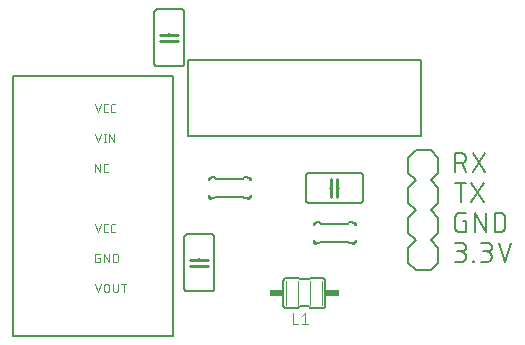
<source format=gbr>
G04 EAGLE Gerber RS-274X export*
G75*
%MOMM*%
%FSLAX34Y34*%
%LPD*%
%INSilkscreen Top*%
%IPPOS*%
%AMOC8*
5,1,8,0,0,1.08239X$1,22.5*%
G01*
%ADD10C,0.152400*%
%ADD11C,0.076200*%
%ADD12C,0.254000*%
%ADD13C,0.203200*%
%ADD14C,0.050800*%
%ADD15R,1.143000X0.508000*%
%ADD16C,0.101600*%
%ADD17C,0.127000*%
%ADD18C,0.015238*%


D10*
X330962Y127762D02*
X335478Y127762D01*
X335611Y127764D01*
X335743Y127770D01*
X335875Y127780D01*
X336007Y127793D01*
X336139Y127811D01*
X336269Y127832D01*
X336400Y127857D01*
X336529Y127886D01*
X336657Y127919D01*
X336785Y127955D01*
X336911Y127995D01*
X337036Y128039D01*
X337160Y128087D01*
X337282Y128138D01*
X337403Y128193D01*
X337522Y128251D01*
X337640Y128313D01*
X337755Y128378D01*
X337869Y128447D01*
X337980Y128518D01*
X338089Y128594D01*
X338196Y128672D01*
X338301Y128753D01*
X338403Y128838D01*
X338503Y128925D01*
X338600Y129015D01*
X338695Y129108D01*
X338786Y129204D01*
X338875Y129302D01*
X338961Y129403D01*
X339044Y129507D01*
X339124Y129613D01*
X339200Y129721D01*
X339274Y129831D01*
X339344Y129944D01*
X339411Y130058D01*
X339474Y130175D01*
X339534Y130293D01*
X339591Y130413D01*
X339644Y130535D01*
X339693Y130658D01*
X339739Y130782D01*
X339781Y130908D01*
X339819Y131035D01*
X339854Y131163D01*
X339885Y131292D01*
X339912Y131421D01*
X339935Y131552D01*
X339955Y131683D01*
X339970Y131815D01*
X339982Y131947D01*
X339990Y132079D01*
X339994Y132212D01*
X339994Y132344D01*
X339990Y132477D01*
X339982Y132609D01*
X339970Y132741D01*
X339955Y132873D01*
X339935Y133004D01*
X339912Y133135D01*
X339885Y133264D01*
X339854Y133393D01*
X339819Y133521D01*
X339781Y133648D01*
X339739Y133774D01*
X339693Y133898D01*
X339644Y134021D01*
X339591Y134143D01*
X339534Y134263D01*
X339474Y134381D01*
X339411Y134498D01*
X339344Y134612D01*
X339274Y134725D01*
X339200Y134835D01*
X339124Y134943D01*
X339044Y135049D01*
X338961Y135153D01*
X338875Y135254D01*
X338786Y135352D01*
X338695Y135448D01*
X338600Y135541D01*
X338503Y135631D01*
X338403Y135718D01*
X338301Y135803D01*
X338196Y135884D01*
X338089Y135962D01*
X337980Y136038D01*
X337869Y136109D01*
X337755Y136178D01*
X337640Y136243D01*
X337522Y136305D01*
X337403Y136363D01*
X337282Y136418D01*
X337160Y136469D01*
X337036Y136517D01*
X336911Y136561D01*
X336785Y136601D01*
X336657Y136637D01*
X336529Y136670D01*
X336400Y136699D01*
X336269Y136724D01*
X336139Y136745D01*
X336007Y136763D01*
X335875Y136776D01*
X335743Y136786D01*
X335611Y136792D01*
X335478Y136794D01*
X336381Y144018D02*
X330962Y144018D01*
X336381Y144018D02*
X336500Y144016D01*
X336620Y144010D01*
X336739Y144000D01*
X336857Y143986D01*
X336976Y143969D01*
X337093Y143947D01*
X337210Y143922D01*
X337325Y143892D01*
X337440Y143859D01*
X337554Y143822D01*
X337666Y143782D01*
X337777Y143737D01*
X337886Y143689D01*
X337994Y143638D01*
X338100Y143583D01*
X338204Y143524D01*
X338306Y143462D01*
X338406Y143397D01*
X338504Y143328D01*
X338600Y143256D01*
X338693Y143181D01*
X338783Y143104D01*
X338871Y143023D01*
X338956Y142939D01*
X339038Y142852D01*
X339118Y142763D01*
X339194Y142671D01*
X339268Y142577D01*
X339338Y142480D01*
X339405Y142382D01*
X339469Y142281D01*
X339529Y142177D01*
X339586Y142072D01*
X339639Y141965D01*
X339689Y141857D01*
X339735Y141747D01*
X339777Y141635D01*
X339816Y141522D01*
X339851Y141408D01*
X339882Y141293D01*
X339910Y141176D01*
X339933Y141059D01*
X339953Y140942D01*
X339969Y140823D01*
X339981Y140704D01*
X339989Y140585D01*
X339993Y140466D01*
X339993Y140346D01*
X339989Y140227D01*
X339981Y140108D01*
X339969Y139989D01*
X339953Y139870D01*
X339933Y139753D01*
X339910Y139636D01*
X339882Y139519D01*
X339851Y139404D01*
X339816Y139290D01*
X339777Y139177D01*
X339735Y139065D01*
X339689Y138955D01*
X339639Y138847D01*
X339586Y138740D01*
X339529Y138635D01*
X339469Y138531D01*
X339405Y138430D01*
X339338Y138332D01*
X339268Y138235D01*
X339194Y138141D01*
X339118Y138049D01*
X339038Y137960D01*
X338956Y137873D01*
X338871Y137789D01*
X338783Y137708D01*
X338693Y137631D01*
X338600Y137556D01*
X338504Y137484D01*
X338406Y137415D01*
X338306Y137350D01*
X338204Y137288D01*
X338100Y137229D01*
X337994Y137174D01*
X337886Y137123D01*
X337777Y137075D01*
X337666Y137030D01*
X337554Y136990D01*
X337440Y136953D01*
X337325Y136920D01*
X337210Y136890D01*
X337093Y136865D01*
X336976Y136843D01*
X336857Y136826D01*
X336739Y136812D01*
X336620Y136802D01*
X336500Y136796D01*
X336381Y136794D01*
X336381Y136793D02*
X332768Y136793D01*
X345968Y128665D02*
X345968Y127762D01*
X345968Y128665D02*
X346871Y128665D01*
X346871Y127762D01*
X345968Y127762D01*
X352846Y127762D02*
X357361Y127762D01*
X357494Y127764D01*
X357626Y127770D01*
X357758Y127780D01*
X357890Y127793D01*
X358022Y127811D01*
X358152Y127832D01*
X358283Y127857D01*
X358412Y127886D01*
X358540Y127919D01*
X358668Y127955D01*
X358794Y127995D01*
X358919Y128039D01*
X359043Y128087D01*
X359165Y128138D01*
X359286Y128193D01*
X359405Y128251D01*
X359523Y128313D01*
X359638Y128378D01*
X359752Y128447D01*
X359863Y128518D01*
X359972Y128594D01*
X360079Y128672D01*
X360184Y128753D01*
X360286Y128838D01*
X360386Y128925D01*
X360483Y129015D01*
X360578Y129108D01*
X360669Y129204D01*
X360758Y129302D01*
X360844Y129403D01*
X360927Y129507D01*
X361007Y129613D01*
X361083Y129721D01*
X361157Y129831D01*
X361227Y129944D01*
X361294Y130058D01*
X361357Y130175D01*
X361417Y130293D01*
X361474Y130413D01*
X361527Y130535D01*
X361576Y130658D01*
X361622Y130782D01*
X361664Y130908D01*
X361702Y131035D01*
X361737Y131163D01*
X361768Y131292D01*
X361795Y131421D01*
X361818Y131552D01*
X361838Y131683D01*
X361853Y131815D01*
X361865Y131947D01*
X361873Y132079D01*
X361877Y132212D01*
X361877Y132344D01*
X361873Y132477D01*
X361865Y132609D01*
X361853Y132741D01*
X361838Y132873D01*
X361818Y133004D01*
X361795Y133135D01*
X361768Y133264D01*
X361737Y133393D01*
X361702Y133521D01*
X361664Y133648D01*
X361622Y133774D01*
X361576Y133898D01*
X361527Y134021D01*
X361474Y134143D01*
X361417Y134263D01*
X361357Y134381D01*
X361294Y134498D01*
X361227Y134612D01*
X361157Y134725D01*
X361083Y134835D01*
X361007Y134943D01*
X360927Y135049D01*
X360844Y135153D01*
X360758Y135254D01*
X360669Y135352D01*
X360578Y135448D01*
X360483Y135541D01*
X360386Y135631D01*
X360286Y135718D01*
X360184Y135803D01*
X360079Y135884D01*
X359972Y135962D01*
X359863Y136038D01*
X359752Y136109D01*
X359638Y136178D01*
X359523Y136243D01*
X359405Y136305D01*
X359286Y136363D01*
X359165Y136418D01*
X359043Y136469D01*
X358919Y136517D01*
X358794Y136561D01*
X358668Y136601D01*
X358540Y136637D01*
X358412Y136670D01*
X358283Y136699D01*
X358152Y136724D01*
X358022Y136745D01*
X357890Y136763D01*
X357758Y136776D01*
X357626Y136786D01*
X357494Y136792D01*
X357361Y136794D01*
X358264Y144018D02*
X352846Y144018D01*
X358264Y144018D02*
X358383Y144016D01*
X358503Y144010D01*
X358622Y144000D01*
X358740Y143986D01*
X358859Y143969D01*
X358976Y143947D01*
X359093Y143922D01*
X359208Y143892D01*
X359323Y143859D01*
X359437Y143822D01*
X359549Y143782D01*
X359660Y143737D01*
X359769Y143689D01*
X359877Y143638D01*
X359983Y143583D01*
X360087Y143524D01*
X360189Y143462D01*
X360289Y143397D01*
X360387Y143328D01*
X360483Y143256D01*
X360576Y143181D01*
X360666Y143104D01*
X360754Y143023D01*
X360839Y142939D01*
X360921Y142852D01*
X361001Y142763D01*
X361077Y142671D01*
X361151Y142577D01*
X361221Y142480D01*
X361288Y142382D01*
X361352Y142281D01*
X361412Y142177D01*
X361469Y142072D01*
X361522Y141965D01*
X361572Y141857D01*
X361618Y141747D01*
X361660Y141635D01*
X361699Y141522D01*
X361734Y141408D01*
X361765Y141293D01*
X361793Y141176D01*
X361816Y141059D01*
X361836Y140942D01*
X361852Y140823D01*
X361864Y140704D01*
X361872Y140585D01*
X361876Y140466D01*
X361876Y140346D01*
X361872Y140227D01*
X361864Y140108D01*
X361852Y139989D01*
X361836Y139870D01*
X361816Y139753D01*
X361793Y139636D01*
X361765Y139519D01*
X361734Y139404D01*
X361699Y139290D01*
X361660Y139177D01*
X361618Y139065D01*
X361572Y138955D01*
X361522Y138847D01*
X361469Y138740D01*
X361412Y138635D01*
X361352Y138531D01*
X361288Y138430D01*
X361221Y138332D01*
X361151Y138235D01*
X361077Y138141D01*
X361001Y138049D01*
X360921Y137960D01*
X360839Y137873D01*
X360754Y137789D01*
X360666Y137708D01*
X360576Y137631D01*
X360483Y137556D01*
X360387Y137484D01*
X360289Y137415D01*
X360189Y137350D01*
X360087Y137288D01*
X359983Y137229D01*
X359877Y137174D01*
X359769Y137123D01*
X359660Y137075D01*
X359549Y137030D01*
X359437Y136990D01*
X359323Y136953D01*
X359208Y136920D01*
X359093Y136890D01*
X358976Y136865D01*
X358859Y136843D01*
X358740Y136826D01*
X358622Y136812D01*
X358503Y136802D01*
X358383Y136796D01*
X358264Y136794D01*
X358264Y136793D02*
X354652Y136793D01*
X367574Y144018D02*
X372992Y127762D01*
X378411Y144018D01*
X339993Y162193D02*
X337284Y162193D01*
X339993Y162193D02*
X339993Y153162D01*
X334574Y153162D01*
X334456Y153164D01*
X334338Y153170D01*
X334220Y153179D01*
X334103Y153193D01*
X333986Y153210D01*
X333869Y153231D01*
X333754Y153256D01*
X333639Y153285D01*
X333525Y153318D01*
X333413Y153354D01*
X333302Y153394D01*
X333192Y153437D01*
X333083Y153484D01*
X332976Y153534D01*
X332871Y153589D01*
X332768Y153646D01*
X332667Y153707D01*
X332567Y153771D01*
X332470Y153838D01*
X332375Y153908D01*
X332283Y153982D01*
X332192Y154058D01*
X332105Y154138D01*
X332020Y154220D01*
X331938Y154305D01*
X331858Y154392D01*
X331782Y154483D01*
X331708Y154575D01*
X331638Y154670D01*
X331571Y154767D01*
X331507Y154867D01*
X331446Y154968D01*
X331389Y155071D01*
X331334Y155176D01*
X331284Y155283D01*
X331237Y155392D01*
X331194Y155502D01*
X331154Y155613D01*
X331118Y155725D01*
X331085Y155839D01*
X331056Y155954D01*
X331031Y156069D01*
X331010Y156186D01*
X330993Y156303D01*
X330979Y156420D01*
X330970Y156538D01*
X330964Y156656D01*
X330962Y156774D01*
X330962Y165806D01*
X330964Y165924D01*
X330970Y166042D01*
X330979Y166160D01*
X330993Y166277D01*
X331010Y166394D01*
X331031Y166511D01*
X331056Y166626D01*
X331085Y166741D01*
X331118Y166855D01*
X331154Y166967D01*
X331194Y167078D01*
X331237Y167188D01*
X331284Y167297D01*
X331334Y167404D01*
X331388Y167509D01*
X331446Y167612D01*
X331507Y167713D01*
X331571Y167813D01*
X331638Y167910D01*
X331708Y168005D01*
X331782Y168097D01*
X331858Y168188D01*
X331938Y168275D01*
X332020Y168360D01*
X332105Y168442D01*
X332192Y168522D01*
X332283Y168598D01*
X332375Y168672D01*
X332470Y168742D01*
X332567Y168809D01*
X332667Y168873D01*
X332768Y168934D01*
X332871Y168991D01*
X332976Y169045D01*
X333083Y169096D01*
X333192Y169143D01*
X333302Y169186D01*
X333413Y169226D01*
X333525Y169262D01*
X333639Y169295D01*
X333754Y169324D01*
X333869Y169349D01*
X333986Y169370D01*
X334103Y169387D01*
X334220Y169401D01*
X334338Y169410D01*
X334456Y169416D01*
X334574Y169418D01*
X339993Y169418D01*
X347635Y169418D02*
X347635Y153162D01*
X356666Y153162D02*
X347635Y169418D01*
X356666Y169418D02*
X356666Y153162D01*
X364309Y153162D02*
X364309Y169418D01*
X368824Y169418D01*
X368955Y169416D01*
X369087Y169410D01*
X369218Y169401D01*
X369348Y169387D01*
X369479Y169370D01*
X369608Y169349D01*
X369737Y169325D01*
X369865Y169296D01*
X369993Y169264D01*
X370119Y169228D01*
X370244Y169189D01*
X370369Y169146D01*
X370491Y169099D01*
X370613Y169049D01*
X370733Y168995D01*
X370851Y168938D01*
X370967Y168877D01*
X371082Y168813D01*
X371195Y168746D01*
X371306Y168675D01*
X371414Y168601D01*
X371521Y168524D01*
X371625Y168444D01*
X371727Y168361D01*
X371826Y168276D01*
X371923Y168187D01*
X372017Y168095D01*
X372109Y168001D01*
X372198Y167904D01*
X372283Y167805D01*
X372366Y167703D01*
X372446Y167599D01*
X372523Y167492D01*
X372597Y167384D01*
X372668Y167273D01*
X372735Y167160D01*
X372799Y167045D01*
X372860Y166929D01*
X372917Y166811D01*
X372971Y166691D01*
X373021Y166569D01*
X373068Y166447D01*
X373111Y166322D01*
X373150Y166197D01*
X373186Y166071D01*
X373218Y165943D01*
X373247Y165815D01*
X373271Y165686D01*
X373292Y165557D01*
X373309Y165426D01*
X373323Y165296D01*
X373332Y165165D01*
X373338Y165033D01*
X373340Y164902D01*
X373340Y157678D01*
X373338Y157547D01*
X373332Y157415D01*
X373323Y157284D01*
X373309Y157154D01*
X373292Y157023D01*
X373271Y156894D01*
X373247Y156765D01*
X373218Y156637D01*
X373186Y156509D01*
X373150Y156383D01*
X373111Y156258D01*
X373068Y156133D01*
X373021Y156011D01*
X372971Y155889D01*
X372917Y155769D01*
X372860Y155651D01*
X372799Y155535D01*
X372735Y155420D01*
X372668Y155307D01*
X372597Y155196D01*
X372523Y155088D01*
X372446Y154981D01*
X372366Y154877D01*
X372283Y154775D01*
X372198Y154676D01*
X372109Y154579D01*
X372017Y154485D01*
X371923Y154393D01*
X371826Y154304D01*
X371727Y154219D01*
X371625Y154136D01*
X371521Y154056D01*
X371414Y153979D01*
X371306Y153905D01*
X371195Y153834D01*
X371082Y153767D01*
X370967Y153703D01*
X370851Y153642D01*
X370733Y153585D01*
X370613Y153531D01*
X370491Y153481D01*
X370369Y153434D01*
X370244Y153391D01*
X370119Y153352D01*
X369993Y153316D01*
X369865Y153284D01*
X369737Y153255D01*
X369608Y153231D01*
X369478Y153210D01*
X369348Y153193D01*
X369218Y153179D01*
X369087Y153170D01*
X368955Y153164D01*
X368824Y153162D01*
X364309Y153162D01*
X335478Y178562D02*
X335478Y194818D01*
X339993Y194818D02*
X330962Y194818D01*
X344648Y178562D02*
X355485Y194818D01*
X344648Y194818D02*
X355485Y178562D01*
X330962Y203962D02*
X330962Y220218D01*
X335478Y220218D01*
X335611Y220216D01*
X335743Y220210D01*
X335875Y220200D01*
X336007Y220187D01*
X336139Y220169D01*
X336269Y220148D01*
X336400Y220123D01*
X336529Y220094D01*
X336657Y220061D01*
X336785Y220025D01*
X336911Y219985D01*
X337036Y219941D01*
X337160Y219893D01*
X337282Y219842D01*
X337403Y219787D01*
X337522Y219729D01*
X337640Y219667D01*
X337755Y219602D01*
X337869Y219533D01*
X337980Y219462D01*
X338089Y219386D01*
X338196Y219308D01*
X338301Y219227D01*
X338403Y219142D01*
X338503Y219055D01*
X338600Y218965D01*
X338695Y218872D01*
X338786Y218776D01*
X338875Y218678D01*
X338961Y218577D01*
X339044Y218473D01*
X339124Y218367D01*
X339200Y218259D01*
X339274Y218149D01*
X339344Y218036D01*
X339411Y217922D01*
X339474Y217805D01*
X339534Y217687D01*
X339591Y217567D01*
X339644Y217445D01*
X339693Y217322D01*
X339739Y217198D01*
X339781Y217072D01*
X339819Y216945D01*
X339854Y216817D01*
X339885Y216688D01*
X339912Y216559D01*
X339935Y216428D01*
X339955Y216297D01*
X339970Y216165D01*
X339982Y216033D01*
X339990Y215901D01*
X339994Y215768D01*
X339994Y215636D01*
X339990Y215503D01*
X339982Y215371D01*
X339970Y215239D01*
X339955Y215107D01*
X339935Y214976D01*
X339912Y214845D01*
X339885Y214716D01*
X339854Y214587D01*
X339819Y214459D01*
X339781Y214332D01*
X339739Y214206D01*
X339693Y214082D01*
X339644Y213959D01*
X339591Y213837D01*
X339534Y213717D01*
X339474Y213599D01*
X339411Y213482D01*
X339344Y213368D01*
X339274Y213255D01*
X339200Y213145D01*
X339124Y213037D01*
X339044Y212931D01*
X338961Y212827D01*
X338875Y212726D01*
X338786Y212628D01*
X338695Y212532D01*
X338600Y212439D01*
X338503Y212349D01*
X338403Y212262D01*
X338301Y212177D01*
X338196Y212096D01*
X338089Y212018D01*
X337980Y211942D01*
X337869Y211871D01*
X337755Y211802D01*
X337640Y211737D01*
X337522Y211675D01*
X337403Y211617D01*
X337282Y211562D01*
X337160Y211511D01*
X337036Y211463D01*
X336911Y211419D01*
X336785Y211379D01*
X336657Y211343D01*
X336529Y211310D01*
X336400Y211281D01*
X336269Y211256D01*
X336139Y211235D01*
X336007Y211217D01*
X335875Y211204D01*
X335743Y211194D01*
X335611Y211188D01*
X335478Y211186D01*
X335478Y211187D02*
X330962Y211187D01*
X336381Y211187D02*
X339993Y203962D01*
X345599Y203962D02*
X356436Y220218D01*
X345599Y220218D02*
X356436Y203962D01*
D11*
X28236Y254381D02*
X25781Y261747D01*
X30692Y261747D02*
X28236Y254381D01*
X35119Y254381D02*
X36756Y254381D01*
X35119Y254381D02*
X35041Y254383D01*
X34963Y254388D01*
X34886Y254398D01*
X34809Y254411D01*
X34733Y254427D01*
X34658Y254447D01*
X34584Y254471D01*
X34511Y254498D01*
X34439Y254529D01*
X34369Y254563D01*
X34301Y254600D01*
X34234Y254641D01*
X34169Y254685D01*
X34107Y254731D01*
X34047Y254781D01*
X33989Y254833D01*
X33934Y254888D01*
X33882Y254946D01*
X33832Y255006D01*
X33786Y255068D01*
X33742Y255133D01*
X33701Y255200D01*
X33664Y255268D01*
X33630Y255338D01*
X33599Y255410D01*
X33572Y255483D01*
X33548Y255557D01*
X33528Y255632D01*
X33512Y255708D01*
X33499Y255785D01*
X33489Y255862D01*
X33484Y255940D01*
X33482Y256018D01*
X33482Y260110D01*
X33484Y260190D01*
X33490Y260270D01*
X33500Y260350D01*
X33513Y260429D01*
X33531Y260508D01*
X33552Y260585D01*
X33578Y260661D01*
X33607Y260736D01*
X33639Y260810D01*
X33675Y260882D01*
X33715Y260952D01*
X33758Y261019D01*
X33804Y261085D01*
X33854Y261148D01*
X33906Y261209D01*
X33961Y261268D01*
X34020Y261323D01*
X34080Y261375D01*
X34144Y261425D01*
X34210Y261471D01*
X34277Y261514D01*
X34347Y261554D01*
X34419Y261590D01*
X34493Y261622D01*
X34567Y261651D01*
X34644Y261677D01*
X34721Y261698D01*
X34800Y261716D01*
X34879Y261729D01*
X34959Y261739D01*
X35039Y261745D01*
X35119Y261747D01*
X36756Y261747D01*
X41215Y254381D02*
X42852Y254381D01*
X41215Y254381D02*
X41137Y254383D01*
X41059Y254388D01*
X40982Y254398D01*
X40905Y254411D01*
X40829Y254427D01*
X40754Y254447D01*
X40680Y254471D01*
X40607Y254498D01*
X40535Y254529D01*
X40465Y254563D01*
X40397Y254600D01*
X40330Y254641D01*
X40265Y254685D01*
X40203Y254731D01*
X40143Y254781D01*
X40085Y254833D01*
X40030Y254888D01*
X39978Y254946D01*
X39928Y255006D01*
X39882Y255068D01*
X39838Y255133D01*
X39797Y255200D01*
X39760Y255268D01*
X39726Y255338D01*
X39695Y255410D01*
X39668Y255483D01*
X39644Y255557D01*
X39624Y255632D01*
X39608Y255708D01*
X39595Y255785D01*
X39585Y255862D01*
X39580Y255940D01*
X39578Y256018D01*
X39578Y260110D01*
X39580Y260190D01*
X39586Y260270D01*
X39596Y260350D01*
X39609Y260429D01*
X39627Y260508D01*
X39648Y260585D01*
X39674Y260661D01*
X39703Y260736D01*
X39735Y260810D01*
X39771Y260882D01*
X39811Y260952D01*
X39854Y261019D01*
X39900Y261085D01*
X39950Y261148D01*
X40002Y261209D01*
X40057Y261268D01*
X40116Y261323D01*
X40176Y261375D01*
X40240Y261425D01*
X40306Y261471D01*
X40373Y261514D01*
X40443Y261554D01*
X40515Y261590D01*
X40589Y261622D01*
X40663Y261651D01*
X40740Y261677D01*
X40817Y261698D01*
X40896Y261716D01*
X40975Y261729D01*
X41055Y261739D01*
X41135Y261745D01*
X41215Y261747D01*
X42852Y261747D01*
X25781Y236347D02*
X28236Y228981D01*
X30692Y236347D01*
X34088Y236347D02*
X34088Y228981D01*
X33270Y228981D02*
X34907Y228981D01*
X34907Y236347D02*
X33270Y236347D01*
X38138Y236347D02*
X38138Y228981D01*
X42231Y228981D02*
X38138Y236347D01*
X42231Y236347D02*
X42231Y228981D01*
X25781Y210947D02*
X25781Y203581D01*
X29873Y203581D02*
X25781Y210947D01*
X29873Y210947D02*
X29873Y203581D01*
X34954Y203581D02*
X36591Y203581D01*
X34954Y203581D02*
X34876Y203583D01*
X34798Y203588D01*
X34721Y203598D01*
X34644Y203611D01*
X34568Y203627D01*
X34493Y203647D01*
X34419Y203671D01*
X34346Y203698D01*
X34274Y203729D01*
X34204Y203763D01*
X34136Y203800D01*
X34069Y203841D01*
X34004Y203885D01*
X33942Y203931D01*
X33882Y203981D01*
X33824Y204033D01*
X33769Y204088D01*
X33717Y204146D01*
X33667Y204206D01*
X33621Y204268D01*
X33577Y204333D01*
X33536Y204400D01*
X33499Y204468D01*
X33465Y204538D01*
X33434Y204610D01*
X33407Y204683D01*
X33383Y204757D01*
X33363Y204832D01*
X33347Y204908D01*
X33334Y204985D01*
X33324Y205062D01*
X33319Y205140D01*
X33317Y205218D01*
X33317Y209310D01*
X33319Y209390D01*
X33325Y209470D01*
X33335Y209550D01*
X33348Y209629D01*
X33366Y209708D01*
X33387Y209785D01*
X33413Y209861D01*
X33442Y209936D01*
X33474Y210010D01*
X33510Y210082D01*
X33550Y210152D01*
X33593Y210219D01*
X33639Y210285D01*
X33689Y210348D01*
X33741Y210409D01*
X33796Y210468D01*
X33855Y210523D01*
X33915Y210575D01*
X33979Y210625D01*
X34045Y210671D01*
X34112Y210714D01*
X34182Y210754D01*
X34254Y210790D01*
X34328Y210822D01*
X34402Y210851D01*
X34479Y210877D01*
X34556Y210898D01*
X34635Y210916D01*
X34714Y210929D01*
X34794Y210939D01*
X34874Y210945D01*
X34954Y210947D01*
X36591Y210947D01*
X25781Y160147D02*
X28236Y152781D01*
X30692Y160147D01*
X35119Y152781D02*
X36756Y152781D01*
X35119Y152781D02*
X35041Y152783D01*
X34963Y152788D01*
X34886Y152798D01*
X34809Y152811D01*
X34733Y152827D01*
X34658Y152847D01*
X34584Y152871D01*
X34511Y152898D01*
X34439Y152929D01*
X34369Y152963D01*
X34301Y153000D01*
X34234Y153041D01*
X34169Y153085D01*
X34107Y153131D01*
X34047Y153181D01*
X33989Y153233D01*
X33934Y153288D01*
X33882Y153346D01*
X33832Y153406D01*
X33786Y153468D01*
X33742Y153533D01*
X33701Y153600D01*
X33664Y153668D01*
X33630Y153738D01*
X33599Y153810D01*
X33572Y153883D01*
X33548Y153957D01*
X33528Y154032D01*
X33512Y154108D01*
X33499Y154185D01*
X33489Y154262D01*
X33484Y154340D01*
X33482Y154418D01*
X33482Y158510D01*
X33484Y158590D01*
X33490Y158670D01*
X33500Y158750D01*
X33513Y158829D01*
X33531Y158908D01*
X33552Y158985D01*
X33578Y159061D01*
X33607Y159136D01*
X33639Y159210D01*
X33675Y159282D01*
X33715Y159352D01*
X33758Y159419D01*
X33804Y159485D01*
X33854Y159548D01*
X33906Y159609D01*
X33961Y159668D01*
X34020Y159723D01*
X34080Y159775D01*
X34144Y159825D01*
X34210Y159871D01*
X34277Y159914D01*
X34347Y159954D01*
X34419Y159990D01*
X34493Y160022D01*
X34567Y160051D01*
X34644Y160077D01*
X34721Y160098D01*
X34800Y160116D01*
X34879Y160129D01*
X34959Y160139D01*
X35039Y160145D01*
X35119Y160147D01*
X36756Y160147D01*
X41215Y152781D02*
X42852Y152781D01*
X41215Y152781D02*
X41137Y152783D01*
X41059Y152788D01*
X40982Y152798D01*
X40905Y152811D01*
X40829Y152827D01*
X40754Y152847D01*
X40680Y152871D01*
X40607Y152898D01*
X40535Y152929D01*
X40465Y152963D01*
X40397Y153000D01*
X40330Y153041D01*
X40265Y153085D01*
X40203Y153131D01*
X40143Y153181D01*
X40085Y153233D01*
X40030Y153288D01*
X39978Y153346D01*
X39928Y153406D01*
X39882Y153468D01*
X39838Y153533D01*
X39797Y153600D01*
X39760Y153668D01*
X39726Y153738D01*
X39695Y153810D01*
X39668Y153883D01*
X39644Y153957D01*
X39624Y154032D01*
X39608Y154108D01*
X39595Y154185D01*
X39585Y154262D01*
X39580Y154340D01*
X39578Y154418D01*
X39578Y158510D01*
X39580Y158590D01*
X39586Y158670D01*
X39596Y158750D01*
X39609Y158829D01*
X39627Y158908D01*
X39648Y158985D01*
X39674Y159061D01*
X39703Y159136D01*
X39735Y159210D01*
X39771Y159282D01*
X39811Y159352D01*
X39854Y159419D01*
X39900Y159485D01*
X39950Y159548D01*
X40002Y159609D01*
X40057Y159668D01*
X40116Y159723D01*
X40176Y159775D01*
X40240Y159825D01*
X40306Y159871D01*
X40373Y159914D01*
X40443Y159954D01*
X40515Y159990D01*
X40589Y160022D01*
X40663Y160051D01*
X40740Y160077D01*
X40817Y160098D01*
X40896Y160116D01*
X40975Y160129D01*
X41055Y160139D01*
X41135Y160145D01*
X41215Y160147D01*
X42852Y160147D01*
X29873Y131473D02*
X28646Y131473D01*
X29873Y131473D02*
X29873Y127381D01*
X27418Y127381D01*
X27340Y127383D01*
X27262Y127388D01*
X27185Y127398D01*
X27108Y127411D01*
X27032Y127427D01*
X26957Y127447D01*
X26883Y127471D01*
X26810Y127498D01*
X26738Y127529D01*
X26668Y127563D01*
X26599Y127600D01*
X26533Y127641D01*
X26468Y127685D01*
X26406Y127731D01*
X26346Y127781D01*
X26288Y127833D01*
X26233Y127888D01*
X26181Y127946D01*
X26131Y128006D01*
X26085Y128068D01*
X26041Y128133D01*
X26000Y128200D01*
X25963Y128268D01*
X25929Y128338D01*
X25898Y128410D01*
X25871Y128483D01*
X25847Y128557D01*
X25827Y128632D01*
X25811Y128708D01*
X25798Y128785D01*
X25788Y128862D01*
X25783Y128940D01*
X25781Y129018D01*
X25781Y133110D01*
X25783Y133190D01*
X25789Y133270D01*
X25799Y133350D01*
X25812Y133429D01*
X25830Y133508D01*
X25851Y133585D01*
X25877Y133661D01*
X25906Y133736D01*
X25938Y133810D01*
X25974Y133882D01*
X26014Y133952D01*
X26057Y134019D01*
X26103Y134085D01*
X26153Y134148D01*
X26205Y134209D01*
X26260Y134268D01*
X26319Y134323D01*
X26379Y134375D01*
X26443Y134425D01*
X26509Y134471D01*
X26576Y134514D01*
X26646Y134554D01*
X26718Y134590D01*
X26792Y134622D01*
X26866Y134651D01*
X26943Y134677D01*
X27020Y134698D01*
X27099Y134716D01*
X27178Y134729D01*
X27258Y134739D01*
X27338Y134745D01*
X27418Y134747D01*
X29873Y134747D01*
X33584Y134747D02*
X33584Y127381D01*
X37676Y127381D02*
X33584Y134747D01*
X37676Y134747D02*
X37676Y127381D01*
X41387Y127381D02*
X41387Y134747D01*
X43433Y134747D01*
X43522Y134745D01*
X43611Y134739D01*
X43700Y134729D01*
X43788Y134716D01*
X43876Y134699D01*
X43963Y134677D01*
X44048Y134652D01*
X44133Y134624D01*
X44216Y134591D01*
X44298Y134555D01*
X44378Y134516D01*
X44456Y134473D01*
X44532Y134427D01*
X44607Y134377D01*
X44679Y134324D01*
X44748Y134268D01*
X44815Y134209D01*
X44880Y134148D01*
X44941Y134083D01*
X45000Y134016D01*
X45056Y133947D01*
X45109Y133875D01*
X45159Y133800D01*
X45205Y133724D01*
X45248Y133646D01*
X45287Y133566D01*
X45323Y133484D01*
X45356Y133401D01*
X45384Y133316D01*
X45409Y133231D01*
X45431Y133144D01*
X45448Y133056D01*
X45461Y132968D01*
X45471Y132879D01*
X45477Y132790D01*
X45479Y132701D01*
X45479Y129427D01*
X45477Y129338D01*
X45471Y129249D01*
X45461Y129160D01*
X45448Y129072D01*
X45431Y128984D01*
X45409Y128897D01*
X45384Y128812D01*
X45356Y128727D01*
X45323Y128644D01*
X45287Y128562D01*
X45248Y128482D01*
X45205Y128404D01*
X45159Y128328D01*
X45109Y128253D01*
X45056Y128181D01*
X45000Y128112D01*
X44941Y128045D01*
X44880Y127980D01*
X44815Y127919D01*
X44748Y127860D01*
X44679Y127804D01*
X44607Y127751D01*
X44532Y127701D01*
X44456Y127655D01*
X44378Y127612D01*
X44298Y127573D01*
X44216Y127537D01*
X44133Y127504D01*
X44048Y127476D01*
X43963Y127451D01*
X43876Y127429D01*
X43788Y127412D01*
X43700Y127399D01*
X43611Y127389D01*
X43522Y127383D01*
X43433Y127381D01*
X41387Y127381D01*
X25781Y109347D02*
X28236Y101981D01*
X30692Y109347D01*
X33505Y107301D02*
X33505Y104027D01*
X33506Y107301D02*
X33508Y107390D01*
X33514Y107479D01*
X33524Y107568D01*
X33537Y107656D01*
X33554Y107744D01*
X33576Y107831D01*
X33601Y107916D01*
X33629Y108001D01*
X33662Y108084D01*
X33698Y108166D01*
X33737Y108246D01*
X33780Y108324D01*
X33826Y108400D01*
X33876Y108475D01*
X33929Y108547D01*
X33985Y108616D01*
X34044Y108683D01*
X34105Y108748D01*
X34170Y108809D01*
X34237Y108868D01*
X34306Y108924D01*
X34378Y108977D01*
X34453Y109027D01*
X34529Y109073D01*
X34607Y109116D01*
X34687Y109155D01*
X34769Y109191D01*
X34852Y109224D01*
X34937Y109252D01*
X35022Y109277D01*
X35109Y109299D01*
X35197Y109316D01*
X35285Y109329D01*
X35374Y109339D01*
X35463Y109345D01*
X35552Y109347D01*
X35641Y109345D01*
X35730Y109339D01*
X35819Y109329D01*
X35907Y109316D01*
X35995Y109299D01*
X36082Y109277D01*
X36167Y109252D01*
X36252Y109224D01*
X36335Y109191D01*
X36417Y109155D01*
X36497Y109116D01*
X36575Y109073D01*
X36651Y109027D01*
X36726Y108977D01*
X36798Y108924D01*
X36867Y108868D01*
X36934Y108809D01*
X36999Y108748D01*
X37060Y108683D01*
X37119Y108616D01*
X37175Y108547D01*
X37228Y108475D01*
X37278Y108400D01*
X37324Y108324D01*
X37367Y108246D01*
X37406Y108166D01*
X37442Y108084D01*
X37475Y108001D01*
X37503Y107916D01*
X37528Y107831D01*
X37550Y107744D01*
X37567Y107656D01*
X37580Y107568D01*
X37590Y107479D01*
X37596Y107390D01*
X37598Y107301D01*
X37598Y104027D01*
X37596Y103938D01*
X37590Y103849D01*
X37580Y103760D01*
X37567Y103672D01*
X37550Y103584D01*
X37528Y103497D01*
X37503Y103412D01*
X37475Y103327D01*
X37442Y103244D01*
X37406Y103162D01*
X37367Y103082D01*
X37324Y103004D01*
X37278Y102928D01*
X37228Y102853D01*
X37175Y102781D01*
X37119Y102712D01*
X37060Y102645D01*
X36999Y102580D01*
X36934Y102519D01*
X36867Y102460D01*
X36798Y102404D01*
X36726Y102351D01*
X36651Y102301D01*
X36575Y102255D01*
X36497Y102212D01*
X36417Y102173D01*
X36335Y102137D01*
X36252Y102104D01*
X36167Y102076D01*
X36082Y102051D01*
X35995Y102029D01*
X35907Y102012D01*
X35819Y101999D01*
X35730Y101989D01*
X35641Y101983D01*
X35552Y101981D01*
X35463Y101983D01*
X35374Y101989D01*
X35285Y101999D01*
X35197Y102012D01*
X35109Y102029D01*
X35022Y102051D01*
X34937Y102076D01*
X34852Y102104D01*
X34769Y102137D01*
X34687Y102173D01*
X34607Y102212D01*
X34529Y102255D01*
X34453Y102301D01*
X34378Y102351D01*
X34306Y102404D01*
X34237Y102460D01*
X34170Y102519D01*
X34105Y102580D01*
X34044Y102645D01*
X33985Y102712D01*
X33929Y102781D01*
X33876Y102853D01*
X33826Y102928D01*
X33780Y103004D01*
X33737Y103082D01*
X33698Y103162D01*
X33662Y103244D01*
X33629Y103327D01*
X33601Y103412D01*
X33576Y103497D01*
X33554Y103584D01*
X33537Y103672D01*
X33524Y103760D01*
X33514Y103849D01*
X33508Y103938D01*
X33506Y104027D01*
X41064Y104027D02*
X41064Y109347D01*
X41065Y104027D02*
X41067Y103938D01*
X41073Y103849D01*
X41083Y103760D01*
X41096Y103672D01*
X41113Y103584D01*
X41135Y103497D01*
X41160Y103412D01*
X41188Y103327D01*
X41221Y103244D01*
X41257Y103162D01*
X41296Y103082D01*
X41339Y103004D01*
X41385Y102928D01*
X41435Y102853D01*
X41488Y102781D01*
X41544Y102712D01*
X41603Y102645D01*
X41664Y102580D01*
X41729Y102519D01*
X41796Y102460D01*
X41865Y102404D01*
X41937Y102351D01*
X42012Y102301D01*
X42088Y102255D01*
X42166Y102212D01*
X42246Y102173D01*
X42328Y102137D01*
X42411Y102104D01*
X42496Y102076D01*
X42581Y102051D01*
X42668Y102029D01*
X42756Y102012D01*
X42844Y101999D01*
X42933Y101989D01*
X43022Y101983D01*
X43111Y101981D01*
X43200Y101983D01*
X43289Y101989D01*
X43378Y101999D01*
X43466Y102012D01*
X43554Y102029D01*
X43641Y102051D01*
X43726Y102076D01*
X43811Y102104D01*
X43894Y102137D01*
X43976Y102173D01*
X44056Y102212D01*
X44134Y102255D01*
X44210Y102301D01*
X44285Y102351D01*
X44357Y102404D01*
X44426Y102460D01*
X44493Y102519D01*
X44558Y102580D01*
X44619Y102645D01*
X44678Y102712D01*
X44734Y102781D01*
X44787Y102853D01*
X44837Y102928D01*
X44883Y103004D01*
X44926Y103082D01*
X44965Y103162D01*
X45001Y103244D01*
X45034Y103327D01*
X45062Y103412D01*
X45087Y103497D01*
X45109Y103584D01*
X45126Y103672D01*
X45139Y103760D01*
X45149Y103849D01*
X45155Y103938D01*
X45157Y104027D01*
X45157Y109347D01*
X50182Y109347D02*
X50182Y101981D01*
X48136Y109347D02*
X52228Y109347D01*
D10*
X101600Y105410D02*
X101600Y148590D01*
X127000Y148590D02*
X127000Y105410D01*
X124460Y151130D02*
X104140Y151130D01*
X104140Y102870D02*
X124460Y102870D01*
X101600Y148590D02*
X101602Y148690D01*
X101608Y148789D01*
X101618Y148889D01*
X101631Y148987D01*
X101649Y149086D01*
X101670Y149183D01*
X101695Y149279D01*
X101724Y149375D01*
X101757Y149469D01*
X101793Y149562D01*
X101833Y149653D01*
X101877Y149743D01*
X101924Y149831D01*
X101974Y149917D01*
X102028Y150001D01*
X102085Y150083D01*
X102145Y150162D01*
X102209Y150240D01*
X102275Y150314D01*
X102344Y150386D01*
X102416Y150455D01*
X102490Y150521D01*
X102568Y150585D01*
X102647Y150645D01*
X102729Y150702D01*
X102813Y150756D01*
X102899Y150806D01*
X102987Y150853D01*
X103077Y150897D01*
X103168Y150937D01*
X103261Y150973D01*
X103355Y151006D01*
X103451Y151035D01*
X103547Y151060D01*
X103644Y151081D01*
X103743Y151099D01*
X103841Y151112D01*
X103941Y151122D01*
X104040Y151128D01*
X104140Y151130D01*
X101600Y105410D02*
X101602Y105310D01*
X101608Y105211D01*
X101618Y105111D01*
X101631Y105013D01*
X101649Y104914D01*
X101670Y104817D01*
X101695Y104721D01*
X101724Y104625D01*
X101757Y104531D01*
X101793Y104438D01*
X101833Y104347D01*
X101877Y104257D01*
X101924Y104169D01*
X101974Y104083D01*
X102028Y103999D01*
X102085Y103917D01*
X102145Y103838D01*
X102209Y103760D01*
X102275Y103686D01*
X102344Y103614D01*
X102416Y103545D01*
X102490Y103479D01*
X102568Y103415D01*
X102647Y103355D01*
X102729Y103298D01*
X102813Y103244D01*
X102899Y103194D01*
X102987Y103147D01*
X103077Y103103D01*
X103168Y103063D01*
X103261Y103027D01*
X103355Y102994D01*
X103451Y102965D01*
X103547Y102940D01*
X103644Y102919D01*
X103743Y102901D01*
X103841Y102888D01*
X103941Y102878D01*
X104040Y102872D01*
X104140Y102870D01*
X127000Y148590D02*
X126998Y148690D01*
X126992Y148789D01*
X126982Y148889D01*
X126969Y148987D01*
X126951Y149086D01*
X126930Y149183D01*
X126905Y149279D01*
X126876Y149375D01*
X126843Y149469D01*
X126807Y149562D01*
X126767Y149653D01*
X126723Y149743D01*
X126676Y149831D01*
X126626Y149917D01*
X126572Y150001D01*
X126515Y150083D01*
X126455Y150162D01*
X126391Y150240D01*
X126325Y150314D01*
X126256Y150386D01*
X126184Y150455D01*
X126110Y150521D01*
X126032Y150585D01*
X125953Y150645D01*
X125871Y150702D01*
X125787Y150756D01*
X125701Y150806D01*
X125613Y150853D01*
X125523Y150897D01*
X125432Y150937D01*
X125339Y150973D01*
X125245Y151006D01*
X125149Y151035D01*
X125053Y151060D01*
X124956Y151081D01*
X124857Y151099D01*
X124759Y151112D01*
X124659Y151122D01*
X124560Y151128D01*
X124460Y151130D01*
X127000Y105410D02*
X126998Y105310D01*
X126992Y105211D01*
X126982Y105111D01*
X126969Y105013D01*
X126951Y104914D01*
X126930Y104817D01*
X126905Y104721D01*
X126876Y104625D01*
X126843Y104531D01*
X126807Y104438D01*
X126767Y104347D01*
X126723Y104257D01*
X126676Y104169D01*
X126626Y104083D01*
X126572Y103999D01*
X126515Y103917D01*
X126455Y103838D01*
X126391Y103760D01*
X126325Y103686D01*
X126256Y103614D01*
X126184Y103545D01*
X126110Y103479D01*
X126032Y103415D01*
X125953Y103355D01*
X125871Y103298D01*
X125787Y103244D01*
X125701Y103194D01*
X125613Y103147D01*
X125523Y103103D01*
X125432Y103063D01*
X125339Y103027D01*
X125245Y102994D01*
X125149Y102965D01*
X125053Y102940D01*
X124956Y102919D01*
X124857Y102901D01*
X124759Y102888D01*
X124659Y102878D01*
X124560Y102872D01*
X124460Y102870D01*
X114300Y129540D02*
X114300Y130810D01*
D12*
X114300Y129540D02*
X106680Y129540D01*
X114300Y129540D02*
X121920Y129540D01*
X114300Y124460D02*
X106680Y124460D01*
X114300Y124460D02*
X121920Y124460D01*
D10*
X114300Y124460D02*
X114300Y123190D01*
X207010Y203200D02*
X250190Y203200D01*
X250190Y177800D02*
X207010Y177800D01*
X252730Y180340D02*
X252730Y200660D01*
X204470Y200660D02*
X204470Y180340D01*
X250190Y203200D02*
X250290Y203198D01*
X250389Y203192D01*
X250489Y203182D01*
X250587Y203169D01*
X250686Y203151D01*
X250783Y203130D01*
X250879Y203105D01*
X250975Y203076D01*
X251069Y203043D01*
X251162Y203007D01*
X251253Y202967D01*
X251343Y202923D01*
X251431Y202876D01*
X251517Y202826D01*
X251601Y202772D01*
X251683Y202715D01*
X251762Y202655D01*
X251840Y202591D01*
X251914Y202525D01*
X251986Y202456D01*
X252055Y202384D01*
X252121Y202310D01*
X252185Y202232D01*
X252245Y202153D01*
X252302Y202071D01*
X252356Y201987D01*
X252406Y201901D01*
X252453Y201813D01*
X252497Y201723D01*
X252537Y201632D01*
X252573Y201539D01*
X252606Y201445D01*
X252635Y201349D01*
X252660Y201253D01*
X252681Y201156D01*
X252699Y201057D01*
X252712Y200959D01*
X252722Y200859D01*
X252728Y200760D01*
X252730Y200660D01*
X207010Y203200D02*
X206910Y203198D01*
X206811Y203192D01*
X206711Y203182D01*
X206613Y203169D01*
X206514Y203151D01*
X206417Y203130D01*
X206321Y203105D01*
X206225Y203076D01*
X206131Y203043D01*
X206038Y203007D01*
X205947Y202967D01*
X205857Y202923D01*
X205769Y202876D01*
X205683Y202826D01*
X205599Y202772D01*
X205517Y202715D01*
X205438Y202655D01*
X205360Y202591D01*
X205286Y202525D01*
X205214Y202456D01*
X205145Y202384D01*
X205079Y202310D01*
X205015Y202232D01*
X204955Y202153D01*
X204898Y202071D01*
X204844Y201987D01*
X204794Y201901D01*
X204747Y201813D01*
X204703Y201723D01*
X204663Y201632D01*
X204627Y201539D01*
X204594Y201445D01*
X204565Y201349D01*
X204540Y201253D01*
X204519Y201156D01*
X204501Y201057D01*
X204488Y200959D01*
X204478Y200859D01*
X204472Y200760D01*
X204470Y200660D01*
X250190Y177800D02*
X250290Y177802D01*
X250389Y177808D01*
X250489Y177818D01*
X250587Y177831D01*
X250686Y177849D01*
X250783Y177870D01*
X250879Y177895D01*
X250975Y177924D01*
X251069Y177957D01*
X251162Y177993D01*
X251253Y178033D01*
X251343Y178077D01*
X251431Y178124D01*
X251517Y178174D01*
X251601Y178228D01*
X251683Y178285D01*
X251762Y178345D01*
X251840Y178409D01*
X251914Y178475D01*
X251986Y178544D01*
X252055Y178616D01*
X252121Y178690D01*
X252185Y178768D01*
X252245Y178847D01*
X252302Y178929D01*
X252356Y179013D01*
X252406Y179099D01*
X252453Y179187D01*
X252497Y179277D01*
X252537Y179368D01*
X252573Y179461D01*
X252606Y179555D01*
X252635Y179651D01*
X252660Y179747D01*
X252681Y179844D01*
X252699Y179943D01*
X252712Y180041D01*
X252722Y180141D01*
X252728Y180240D01*
X252730Y180340D01*
X207010Y177800D02*
X206910Y177802D01*
X206811Y177808D01*
X206711Y177818D01*
X206613Y177831D01*
X206514Y177849D01*
X206417Y177870D01*
X206321Y177895D01*
X206225Y177924D01*
X206131Y177957D01*
X206038Y177993D01*
X205947Y178033D01*
X205857Y178077D01*
X205769Y178124D01*
X205683Y178174D01*
X205599Y178228D01*
X205517Y178285D01*
X205438Y178345D01*
X205360Y178409D01*
X205286Y178475D01*
X205214Y178544D01*
X205145Y178616D01*
X205079Y178690D01*
X205015Y178768D01*
X204955Y178847D01*
X204898Y178929D01*
X204844Y179013D01*
X204794Y179099D01*
X204747Y179187D01*
X204703Y179277D01*
X204663Y179368D01*
X204627Y179461D01*
X204594Y179555D01*
X204565Y179651D01*
X204540Y179747D01*
X204519Y179844D01*
X204501Y179943D01*
X204488Y180041D01*
X204478Y180141D01*
X204472Y180240D01*
X204470Y180340D01*
X231140Y190500D02*
X232410Y190500D01*
D12*
X231140Y190500D02*
X231140Y198120D01*
X231140Y190500D02*
X231140Y182880D01*
X226060Y190500D02*
X226060Y198120D01*
X226060Y190500D02*
X226060Y182880D01*
D10*
X226060Y190500D02*
X224790Y190500D01*
X76200Y295910D02*
X76200Y339090D01*
X101600Y339090D02*
X101600Y295910D01*
X99060Y341630D02*
X78740Y341630D01*
X78740Y293370D02*
X99060Y293370D01*
X76200Y339090D02*
X76202Y339190D01*
X76208Y339289D01*
X76218Y339389D01*
X76231Y339487D01*
X76249Y339586D01*
X76270Y339683D01*
X76295Y339779D01*
X76324Y339875D01*
X76357Y339969D01*
X76393Y340062D01*
X76433Y340153D01*
X76477Y340243D01*
X76524Y340331D01*
X76574Y340417D01*
X76628Y340501D01*
X76685Y340583D01*
X76745Y340662D01*
X76809Y340740D01*
X76875Y340814D01*
X76944Y340886D01*
X77016Y340955D01*
X77090Y341021D01*
X77168Y341085D01*
X77247Y341145D01*
X77329Y341202D01*
X77413Y341256D01*
X77499Y341306D01*
X77587Y341353D01*
X77677Y341397D01*
X77768Y341437D01*
X77861Y341473D01*
X77955Y341506D01*
X78051Y341535D01*
X78147Y341560D01*
X78244Y341581D01*
X78343Y341599D01*
X78441Y341612D01*
X78541Y341622D01*
X78640Y341628D01*
X78740Y341630D01*
X76200Y295910D02*
X76202Y295810D01*
X76208Y295711D01*
X76218Y295611D01*
X76231Y295513D01*
X76249Y295414D01*
X76270Y295317D01*
X76295Y295221D01*
X76324Y295125D01*
X76357Y295031D01*
X76393Y294938D01*
X76433Y294847D01*
X76477Y294757D01*
X76524Y294669D01*
X76574Y294583D01*
X76628Y294499D01*
X76685Y294417D01*
X76745Y294338D01*
X76809Y294260D01*
X76875Y294186D01*
X76944Y294114D01*
X77016Y294045D01*
X77090Y293979D01*
X77168Y293915D01*
X77247Y293855D01*
X77329Y293798D01*
X77413Y293744D01*
X77499Y293694D01*
X77587Y293647D01*
X77677Y293603D01*
X77768Y293563D01*
X77861Y293527D01*
X77955Y293494D01*
X78051Y293465D01*
X78147Y293440D01*
X78244Y293419D01*
X78343Y293401D01*
X78441Y293388D01*
X78541Y293378D01*
X78640Y293372D01*
X78740Y293370D01*
X101600Y339090D02*
X101598Y339190D01*
X101592Y339289D01*
X101582Y339389D01*
X101569Y339487D01*
X101551Y339586D01*
X101530Y339683D01*
X101505Y339779D01*
X101476Y339875D01*
X101443Y339969D01*
X101407Y340062D01*
X101367Y340153D01*
X101323Y340243D01*
X101276Y340331D01*
X101226Y340417D01*
X101172Y340501D01*
X101115Y340583D01*
X101055Y340662D01*
X100991Y340740D01*
X100925Y340814D01*
X100856Y340886D01*
X100784Y340955D01*
X100710Y341021D01*
X100632Y341085D01*
X100553Y341145D01*
X100471Y341202D01*
X100387Y341256D01*
X100301Y341306D01*
X100213Y341353D01*
X100123Y341397D01*
X100032Y341437D01*
X99939Y341473D01*
X99845Y341506D01*
X99749Y341535D01*
X99653Y341560D01*
X99556Y341581D01*
X99457Y341599D01*
X99359Y341612D01*
X99259Y341622D01*
X99160Y341628D01*
X99060Y341630D01*
X101600Y295910D02*
X101598Y295810D01*
X101592Y295711D01*
X101582Y295611D01*
X101569Y295513D01*
X101551Y295414D01*
X101530Y295317D01*
X101505Y295221D01*
X101476Y295125D01*
X101443Y295031D01*
X101407Y294938D01*
X101367Y294847D01*
X101323Y294757D01*
X101276Y294669D01*
X101226Y294583D01*
X101172Y294499D01*
X101115Y294417D01*
X101055Y294338D01*
X100991Y294260D01*
X100925Y294186D01*
X100856Y294114D01*
X100784Y294045D01*
X100710Y293979D01*
X100632Y293915D01*
X100553Y293855D01*
X100471Y293798D01*
X100387Y293744D01*
X100301Y293694D01*
X100213Y293647D01*
X100123Y293603D01*
X100032Y293563D01*
X99939Y293527D01*
X99845Y293494D01*
X99749Y293465D01*
X99653Y293440D01*
X99556Y293419D01*
X99457Y293401D01*
X99359Y293388D01*
X99259Y293378D01*
X99160Y293372D01*
X99060Y293370D01*
X88900Y320040D02*
X88900Y321310D01*
D12*
X88900Y320040D02*
X81280Y320040D01*
X88900Y320040D02*
X96520Y320040D01*
X88900Y314960D02*
X81280Y314960D01*
X88900Y314960D02*
X96520Y314960D01*
D10*
X88900Y314960D02*
X88900Y313690D01*
D13*
X316700Y139550D02*
X316700Y126850D01*
X310350Y120500D01*
X297650Y120500D02*
X291300Y126850D01*
X316700Y164950D02*
X310350Y171300D01*
X316700Y164950D02*
X316700Y152250D01*
X310350Y145900D01*
X297650Y145900D02*
X291300Y152250D01*
X291300Y164950D01*
X297650Y171300D01*
X310350Y145900D02*
X316700Y139550D01*
X297650Y145900D02*
X291300Y139550D01*
X291300Y126850D01*
X316700Y203050D02*
X316700Y215750D01*
X316700Y203050D02*
X310350Y196700D01*
X297650Y196700D02*
X291300Y203050D01*
X310350Y196700D02*
X316700Y190350D01*
X316700Y177650D01*
X310350Y171300D01*
X297650Y171300D02*
X291300Y177650D01*
X291300Y190350D01*
X297650Y196700D01*
X297650Y222100D02*
X310350Y222100D01*
X316700Y215750D01*
X297650Y222100D02*
X291300Y215750D01*
X291300Y203050D01*
X297650Y120500D02*
X310350Y120500D01*
D10*
X220980Y91440D02*
X220978Y91340D01*
X220972Y91241D01*
X220962Y91141D01*
X220949Y91043D01*
X220931Y90944D01*
X220910Y90847D01*
X220885Y90751D01*
X220856Y90655D01*
X220823Y90561D01*
X220787Y90468D01*
X220747Y90377D01*
X220703Y90287D01*
X220656Y90199D01*
X220606Y90113D01*
X220552Y90029D01*
X220495Y89947D01*
X220435Y89868D01*
X220371Y89790D01*
X220305Y89716D01*
X220236Y89644D01*
X220164Y89575D01*
X220090Y89509D01*
X220012Y89445D01*
X219933Y89385D01*
X219851Y89328D01*
X219767Y89274D01*
X219681Y89224D01*
X219593Y89177D01*
X219503Y89133D01*
X219412Y89093D01*
X219319Y89057D01*
X219225Y89024D01*
X219129Y88995D01*
X219033Y88970D01*
X218936Y88949D01*
X218837Y88931D01*
X218739Y88918D01*
X218639Y88908D01*
X218540Y88902D01*
X218440Y88900D01*
X220980Y111760D02*
X220978Y111860D01*
X220972Y111959D01*
X220962Y112059D01*
X220949Y112157D01*
X220931Y112256D01*
X220910Y112353D01*
X220885Y112449D01*
X220856Y112545D01*
X220823Y112639D01*
X220787Y112732D01*
X220747Y112823D01*
X220703Y112913D01*
X220656Y113001D01*
X220606Y113087D01*
X220552Y113171D01*
X220495Y113253D01*
X220435Y113332D01*
X220371Y113410D01*
X220305Y113484D01*
X220236Y113556D01*
X220164Y113625D01*
X220090Y113691D01*
X220012Y113755D01*
X219933Y113815D01*
X219851Y113872D01*
X219767Y113926D01*
X219681Y113976D01*
X219593Y114023D01*
X219503Y114067D01*
X219412Y114107D01*
X219319Y114143D01*
X219225Y114176D01*
X219129Y114205D01*
X219033Y114230D01*
X218936Y114251D01*
X218837Y114269D01*
X218739Y114282D01*
X218639Y114292D01*
X218540Y114298D01*
X218440Y114300D01*
X187960Y114300D02*
X187860Y114298D01*
X187761Y114292D01*
X187661Y114282D01*
X187563Y114269D01*
X187464Y114251D01*
X187367Y114230D01*
X187271Y114205D01*
X187175Y114176D01*
X187081Y114143D01*
X186988Y114107D01*
X186897Y114067D01*
X186807Y114023D01*
X186719Y113976D01*
X186633Y113926D01*
X186549Y113872D01*
X186467Y113815D01*
X186388Y113755D01*
X186310Y113691D01*
X186236Y113625D01*
X186164Y113556D01*
X186095Y113484D01*
X186029Y113410D01*
X185965Y113332D01*
X185905Y113253D01*
X185848Y113171D01*
X185794Y113087D01*
X185744Y113001D01*
X185697Y112913D01*
X185653Y112823D01*
X185613Y112732D01*
X185577Y112639D01*
X185544Y112545D01*
X185515Y112449D01*
X185490Y112353D01*
X185469Y112256D01*
X185451Y112157D01*
X185438Y112059D01*
X185428Y111959D01*
X185422Y111860D01*
X185420Y111760D01*
X185420Y91440D02*
X185422Y91340D01*
X185428Y91241D01*
X185438Y91141D01*
X185451Y91043D01*
X185469Y90944D01*
X185490Y90847D01*
X185515Y90751D01*
X185544Y90655D01*
X185577Y90561D01*
X185613Y90468D01*
X185653Y90377D01*
X185697Y90287D01*
X185744Y90199D01*
X185794Y90113D01*
X185848Y90029D01*
X185905Y89947D01*
X185965Y89868D01*
X186029Y89790D01*
X186095Y89716D01*
X186164Y89644D01*
X186236Y89575D01*
X186310Y89509D01*
X186388Y89445D01*
X186467Y89385D01*
X186549Y89328D01*
X186633Y89274D01*
X186719Y89224D01*
X186807Y89177D01*
X186897Y89133D01*
X186988Y89093D01*
X187081Y89057D01*
X187175Y89024D01*
X187271Y88995D01*
X187367Y88970D01*
X187464Y88949D01*
X187563Y88931D01*
X187661Y88918D01*
X187761Y88908D01*
X187860Y88902D01*
X187960Y88900D01*
X220980Y91440D02*
X220980Y111760D01*
X218440Y88900D02*
X208280Y88900D01*
X207010Y90170D01*
X208280Y114300D02*
X218440Y114300D01*
X208280Y114300D02*
X207010Y113030D01*
X199390Y90170D02*
X198120Y88900D01*
X199390Y90170D02*
X207010Y90170D01*
X199390Y113030D02*
X198120Y114300D01*
X199390Y113030D02*
X207010Y113030D01*
X198120Y88900D02*
X187960Y88900D01*
X187960Y114300D02*
X198120Y114300D01*
X185420Y111760D02*
X185420Y91440D01*
D14*
X208280Y91440D02*
X208280Y111760D01*
X218440Y111760D02*
X218440Y91440D01*
X187960Y91440D02*
X187960Y111760D01*
X198120Y111760D02*
X198120Y91440D01*
D15*
X179705Y101600D03*
X226695Y101600D03*
D16*
X193900Y84328D02*
X193900Y75438D01*
X197851Y75438D01*
X201309Y82352D02*
X203779Y84328D01*
X203779Y75438D01*
X206248Y75438D02*
X201309Y75438D01*
D17*
X104450Y234700D02*
X301950Y234700D01*
X104450Y234700D02*
X104450Y298700D01*
X301950Y298700D01*
X301950Y234700D01*
X91700Y65000D02*
X-43300Y65000D01*
X-43300Y285000D01*
X91700Y285000D01*
X91700Y65000D01*
D18*
X155015Y180925D02*
X155015Y182298D01*
X155016Y182298D02*
X155099Y182303D01*
X155183Y182312D01*
X155265Y182325D01*
X155347Y182341D01*
X155428Y182361D01*
X155509Y182385D01*
X155588Y182413D01*
X155665Y182444D01*
X155741Y182478D01*
X155816Y182516D01*
X155889Y182557D01*
X155960Y182602D01*
X156029Y182649D01*
X156095Y182700D01*
X156159Y182753D01*
X156221Y182810D01*
X156280Y182869D01*
X156337Y182931D01*
X156390Y182995D01*
X156441Y183061D01*
X156488Y183130D01*
X156533Y183201D01*
X156574Y183274D01*
X156612Y183349D01*
X156646Y183425D01*
X156677Y183502D01*
X156705Y183581D01*
X156729Y183662D01*
X156749Y183743D01*
X156765Y183825D01*
X156778Y183907D01*
X156787Y183991D01*
X156792Y184074D01*
X158165Y184075D01*
X158165Y184074D01*
X158161Y183962D01*
X158152Y183851D01*
X158140Y183740D01*
X158124Y183629D01*
X158104Y183520D01*
X158080Y183410D01*
X158053Y183302D01*
X158021Y183195D01*
X157986Y183089D01*
X157948Y182984D01*
X157906Y182880D01*
X157860Y182779D01*
X157811Y182678D01*
X157758Y182580D01*
X157702Y182483D01*
X157643Y182388D01*
X157580Y182296D01*
X157514Y182206D01*
X157445Y182118D01*
X157374Y182032D01*
X157299Y181949D01*
X157221Y181869D01*
X157141Y181791D01*
X157058Y181716D01*
X156972Y181645D01*
X156884Y181576D01*
X156794Y181510D01*
X156702Y181447D01*
X156607Y181388D01*
X156510Y181332D01*
X156412Y181279D01*
X156311Y181230D01*
X156210Y181184D01*
X156106Y181142D01*
X156001Y181104D01*
X155895Y181069D01*
X155788Y181037D01*
X155680Y181010D01*
X155570Y180986D01*
X155461Y180966D01*
X155350Y180950D01*
X155239Y180938D01*
X155128Y180929D01*
X155016Y180925D01*
X155016Y181068D01*
X155125Y181073D01*
X155234Y181081D01*
X155342Y181093D01*
X155450Y181109D01*
X155557Y181129D01*
X155664Y181153D01*
X155769Y181181D01*
X155874Y181212D01*
X155977Y181247D01*
X156079Y181285D01*
X156180Y181327D01*
X156279Y181373D01*
X156376Y181422D01*
X156472Y181475D01*
X156566Y181530D01*
X156657Y181590D01*
X156747Y181652D01*
X156834Y181717D01*
X156919Y181786D01*
X157001Y181857D01*
X157081Y181932D01*
X157158Y182009D01*
X157233Y182089D01*
X157304Y182171D01*
X157373Y182256D01*
X157438Y182343D01*
X157500Y182433D01*
X157560Y182524D01*
X157615Y182618D01*
X157668Y182714D01*
X157717Y182811D01*
X157763Y182910D01*
X157805Y183011D01*
X157843Y183113D01*
X157878Y183216D01*
X157909Y183321D01*
X157937Y183426D01*
X157961Y183533D01*
X157981Y183640D01*
X157997Y183748D01*
X158009Y183856D01*
X158017Y183965D01*
X158022Y184074D01*
X157879Y184074D01*
X157874Y183968D01*
X157866Y183862D01*
X157854Y183756D01*
X157837Y183651D01*
X157817Y183547D01*
X157794Y183443D01*
X157766Y183340D01*
X157735Y183239D01*
X157700Y183138D01*
X157662Y183039D01*
X157620Y182941D01*
X157575Y182845D01*
X157526Y182751D01*
X157473Y182658D01*
X157418Y182567D01*
X157359Y182479D01*
X157297Y182393D01*
X157232Y182308D01*
X157164Y182227D01*
X157093Y182148D01*
X157019Y182071D01*
X156942Y181997D01*
X156863Y181926D01*
X156782Y181858D01*
X156697Y181793D01*
X156611Y181731D01*
X156523Y181672D01*
X156432Y181617D01*
X156339Y181564D01*
X156245Y181515D01*
X156149Y181470D01*
X156051Y181428D01*
X155952Y181390D01*
X155851Y181355D01*
X155750Y181324D01*
X155647Y181296D01*
X155543Y181273D01*
X155439Y181253D01*
X155334Y181236D01*
X155228Y181224D01*
X155122Y181216D01*
X155016Y181211D01*
X155016Y181354D01*
X155119Y181359D01*
X155222Y181367D01*
X155325Y181380D01*
X155427Y181396D01*
X155529Y181416D01*
X155630Y181439D01*
X155729Y181467D01*
X155828Y181498D01*
X155925Y181532D01*
X156022Y181571D01*
X156116Y181612D01*
X156209Y181658D01*
X156301Y181706D01*
X156390Y181758D01*
X156477Y181813D01*
X156563Y181872D01*
X156646Y181933D01*
X156727Y181998D01*
X156805Y182066D01*
X156881Y182136D01*
X156954Y182209D01*
X157024Y182285D01*
X157092Y182363D01*
X157157Y182444D01*
X157218Y182527D01*
X157277Y182613D01*
X157332Y182700D01*
X157384Y182789D01*
X157432Y182881D01*
X157478Y182974D01*
X157519Y183068D01*
X157558Y183165D01*
X157592Y183262D01*
X157623Y183361D01*
X157651Y183460D01*
X157674Y183561D01*
X157694Y183663D01*
X157710Y183765D01*
X157723Y183868D01*
X157731Y183971D01*
X157736Y184074D01*
X157593Y184074D01*
X157588Y183974D01*
X157580Y183874D01*
X157567Y183774D01*
X157551Y183675D01*
X157531Y183576D01*
X157508Y183479D01*
X157481Y183382D01*
X157450Y183287D01*
X157415Y183192D01*
X157377Y183099D01*
X157336Y183008D01*
X157291Y182918D01*
X157242Y182830D01*
X157191Y182744D01*
X157136Y182660D01*
X157078Y182578D01*
X157017Y182498D01*
X156953Y182421D01*
X156886Y182346D01*
X156817Y182273D01*
X156744Y182204D01*
X156669Y182137D01*
X156592Y182073D01*
X156512Y182012D01*
X156430Y181954D01*
X156346Y181899D01*
X156260Y181848D01*
X156172Y181799D01*
X156082Y181754D01*
X155991Y181713D01*
X155898Y181675D01*
X155803Y181640D01*
X155708Y181609D01*
X155611Y181582D01*
X155514Y181559D01*
X155415Y181539D01*
X155316Y181523D01*
X155216Y181510D01*
X155116Y181502D01*
X155016Y181497D01*
X155016Y181640D01*
X155116Y181645D01*
X155215Y181654D01*
X155314Y181667D01*
X155412Y181684D01*
X155510Y181705D01*
X155607Y181729D01*
X155702Y181758D01*
X155797Y181790D01*
X155890Y181826D01*
X155982Y181865D01*
X156071Y181908D01*
X156160Y181955D01*
X156246Y182005D01*
X156330Y182059D01*
X156412Y182116D01*
X156492Y182176D01*
X156569Y182239D01*
X156644Y182305D01*
X156716Y182374D01*
X156785Y182446D01*
X156851Y182521D01*
X156914Y182598D01*
X156974Y182678D01*
X157031Y182760D01*
X157085Y182844D01*
X157135Y182930D01*
X157182Y183019D01*
X157225Y183108D01*
X157264Y183200D01*
X157300Y183293D01*
X157332Y183388D01*
X157361Y183483D01*
X157385Y183580D01*
X157406Y183678D01*
X157423Y183776D01*
X157436Y183875D01*
X157445Y183974D01*
X157450Y184074D01*
X157307Y184074D01*
X157302Y183978D01*
X157293Y183882D01*
X157280Y183786D01*
X157263Y183691D01*
X157243Y183597D01*
X157218Y183504D01*
X157190Y183412D01*
X157158Y183321D01*
X157122Y183231D01*
X157083Y183143D01*
X157040Y183056D01*
X156994Y182972D01*
X156944Y182889D01*
X156891Y182809D01*
X156835Y182730D01*
X156776Y182654D01*
X156714Y182581D01*
X156648Y182510D01*
X156580Y182442D01*
X156509Y182376D01*
X156436Y182314D01*
X156360Y182255D01*
X156281Y182199D01*
X156201Y182146D01*
X156118Y182096D01*
X156034Y182050D01*
X155947Y182007D01*
X155859Y181968D01*
X155769Y181932D01*
X155678Y181900D01*
X155586Y181872D01*
X155493Y181847D01*
X155399Y181827D01*
X155304Y181810D01*
X155208Y181797D01*
X155112Y181788D01*
X155016Y181783D01*
X155016Y181926D01*
X155109Y181931D01*
X155201Y181940D01*
X155293Y181953D01*
X155384Y181970D01*
X155475Y181990D01*
X155565Y182014D01*
X155653Y182042D01*
X155741Y182074D01*
X155826Y182109D01*
X155911Y182148D01*
X155994Y182190D01*
X156074Y182236D01*
X156153Y182285D01*
X156230Y182337D01*
X156305Y182393D01*
X156377Y182451D01*
X156446Y182512D01*
X156513Y182577D01*
X156578Y182644D01*
X156639Y182713D01*
X156697Y182785D01*
X156753Y182860D01*
X156805Y182937D01*
X156854Y183016D01*
X156900Y183096D01*
X156942Y183179D01*
X156981Y183264D01*
X157016Y183349D01*
X157048Y183437D01*
X157076Y183525D01*
X157100Y183615D01*
X157120Y183706D01*
X157137Y183797D01*
X157150Y183889D01*
X157159Y183981D01*
X157164Y184074D01*
X157021Y184074D01*
X157015Y183985D01*
X157007Y183896D01*
X156994Y183808D01*
X156977Y183721D01*
X156957Y183634D01*
X156933Y183548D01*
X156906Y183463D01*
X156874Y183380D01*
X156840Y183298D01*
X156801Y183217D01*
X156760Y183139D01*
X156715Y183062D01*
X156667Y182987D01*
X156615Y182914D01*
X156561Y182843D01*
X156504Y182775D01*
X156443Y182710D01*
X156380Y182647D01*
X156315Y182586D01*
X156247Y182529D01*
X156176Y182475D01*
X156103Y182423D01*
X156028Y182375D01*
X155951Y182330D01*
X155873Y182289D01*
X155792Y182250D01*
X155710Y182216D01*
X155627Y182184D01*
X155542Y182157D01*
X155456Y182133D01*
X155369Y182113D01*
X155282Y182096D01*
X155194Y182083D01*
X155105Y182075D01*
X155016Y182069D01*
X155016Y182212D01*
X155101Y182218D01*
X155186Y182227D01*
X155270Y182239D01*
X155353Y182256D01*
X155436Y182276D01*
X155518Y182299D01*
X155598Y182326D01*
X155678Y182357D01*
X155756Y182391D01*
X155832Y182428D01*
X155907Y182469D01*
X155980Y182513D01*
X156051Y182561D01*
X156119Y182611D01*
X156186Y182664D01*
X156250Y182720D01*
X156311Y182779D01*
X156370Y182840D01*
X156426Y182904D01*
X156479Y182971D01*
X156529Y183039D01*
X156577Y183110D01*
X156621Y183183D01*
X156662Y183258D01*
X156699Y183334D01*
X156733Y183412D01*
X156764Y183492D01*
X156791Y183572D01*
X156814Y183654D01*
X156834Y183737D01*
X156851Y183820D01*
X156863Y183904D01*
X156872Y183989D01*
X156878Y184074D01*
X158165Y196925D02*
X156792Y196925D01*
X156792Y196926D02*
X156787Y197009D01*
X156778Y197093D01*
X156765Y197175D01*
X156749Y197257D01*
X156729Y197338D01*
X156705Y197419D01*
X156677Y197498D01*
X156646Y197575D01*
X156612Y197651D01*
X156574Y197726D01*
X156533Y197799D01*
X156488Y197870D01*
X156441Y197939D01*
X156390Y198005D01*
X156337Y198069D01*
X156280Y198131D01*
X156221Y198190D01*
X156159Y198247D01*
X156095Y198300D01*
X156029Y198351D01*
X155960Y198398D01*
X155889Y198443D01*
X155816Y198484D01*
X155741Y198522D01*
X155665Y198556D01*
X155588Y198587D01*
X155509Y198615D01*
X155428Y198639D01*
X155347Y198659D01*
X155265Y198675D01*
X155183Y198688D01*
X155099Y198697D01*
X155016Y198702D01*
X155015Y200075D01*
X155016Y200075D01*
X155128Y200071D01*
X155239Y200062D01*
X155350Y200050D01*
X155461Y200034D01*
X155570Y200014D01*
X155680Y199990D01*
X155788Y199963D01*
X155895Y199931D01*
X156001Y199896D01*
X156106Y199858D01*
X156210Y199816D01*
X156311Y199770D01*
X156412Y199721D01*
X156510Y199668D01*
X156607Y199612D01*
X156702Y199553D01*
X156794Y199490D01*
X156884Y199424D01*
X156972Y199355D01*
X157058Y199284D01*
X157141Y199209D01*
X157221Y199131D01*
X157299Y199051D01*
X157374Y198968D01*
X157445Y198882D01*
X157514Y198794D01*
X157580Y198704D01*
X157643Y198612D01*
X157702Y198517D01*
X157758Y198420D01*
X157811Y198322D01*
X157860Y198221D01*
X157906Y198120D01*
X157948Y198016D01*
X157986Y197911D01*
X158021Y197805D01*
X158053Y197698D01*
X158080Y197590D01*
X158104Y197480D01*
X158124Y197371D01*
X158140Y197260D01*
X158152Y197149D01*
X158161Y197038D01*
X158165Y196926D01*
X158022Y196926D01*
X158017Y197035D01*
X158009Y197144D01*
X157997Y197252D01*
X157981Y197360D01*
X157961Y197467D01*
X157937Y197574D01*
X157909Y197679D01*
X157878Y197784D01*
X157843Y197887D01*
X157805Y197989D01*
X157763Y198090D01*
X157717Y198189D01*
X157668Y198286D01*
X157615Y198382D01*
X157560Y198476D01*
X157500Y198567D01*
X157438Y198657D01*
X157373Y198744D01*
X157304Y198829D01*
X157233Y198911D01*
X157158Y198991D01*
X157081Y199068D01*
X157001Y199143D01*
X156919Y199214D01*
X156834Y199283D01*
X156747Y199348D01*
X156657Y199410D01*
X156566Y199470D01*
X156472Y199525D01*
X156376Y199578D01*
X156279Y199627D01*
X156180Y199673D01*
X156079Y199715D01*
X155977Y199753D01*
X155874Y199788D01*
X155769Y199819D01*
X155664Y199847D01*
X155557Y199871D01*
X155450Y199891D01*
X155342Y199907D01*
X155234Y199919D01*
X155125Y199927D01*
X155016Y199932D01*
X155016Y199789D01*
X155122Y199784D01*
X155228Y199776D01*
X155334Y199764D01*
X155439Y199747D01*
X155543Y199727D01*
X155647Y199704D01*
X155750Y199676D01*
X155851Y199645D01*
X155952Y199610D01*
X156051Y199572D01*
X156149Y199530D01*
X156245Y199485D01*
X156339Y199436D01*
X156432Y199383D01*
X156523Y199328D01*
X156611Y199269D01*
X156697Y199207D01*
X156782Y199142D01*
X156863Y199074D01*
X156942Y199003D01*
X157019Y198929D01*
X157093Y198852D01*
X157164Y198773D01*
X157232Y198692D01*
X157297Y198607D01*
X157359Y198521D01*
X157418Y198433D01*
X157473Y198342D01*
X157526Y198249D01*
X157575Y198155D01*
X157620Y198059D01*
X157662Y197961D01*
X157700Y197862D01*
X157735Y197761D01*
X157766Y197660D01*
X157794Y197557D01*
X157817Y197453D01*
X157837Y197349D01*
X157854Y197244D01*
X157866Y197138D01*
X157874Y197032D01*
X157879Y196926D01*
X157736Y196926D01*
X157731Y197029D01*
X157723Y197132D01*
X157710Y197235D01*
X157694Y197337D01*
X157674Y197439D01*
X157651Y197540D01*
X157623Y197639D01*
X157592Y197738D01*
X157558Y197835D01*
X157519Y197932D01*
X157478Y198026D01*
X157432Y198119D01*
X157384Y198211D01*
X157332Y198300D01*
X157277Y198387D01*
X157218Y198473D01*
X157157Y198556D01*
X157092Y198637D01*
X157024Y198715D01*
X156954Y198791D01*
X156881Y198864D01*
X156805Y198934D01*
X156727Y199002D01*
X156646Y199067D01*
X156563Y199128D01*
X156477Y199187D01*
X156390Y199242D01*
X156301Y199294D01*
X156209Y199342D01*
X156116Y199388D01*
X156022Y199429D01*
X155925Y199468D01*
X155828Y199502D01*
X155729Y199533D01*
X155630Y199561D01*
X155529Y199584D01*
X155427Y199604D01*
X155325Y199620D01*
X155222Y199633D01*
X155119Y199641D01*
X155016Y199646D01*
X155016Y199503D01*
X155116Y199498D01*
X155216Y199490D01*
X155316Y199477D01*
X155415Y199461D01*
X155514Y199441D01*
X155611Y199418D01*
X155708Y199391D01*
X155803Y199360D01*
X155898Y199325D01*
X155991Y199287D01*
X156082Y199246D01*
X156172Y199201D01*
X156260Y199152D01*
X156346Y199101D01*
X156430Y199046D01*
X156512Y198988D01*
X156592Y198927D01*
X156669Y198863D01*
X156744Y198796D01*
X156817Y198727D01*
X156886Y198654D01*
X156953Y198579D01*
X157017Y198502D01*
X157078Y198422D01*
X157136Y198340D01*
X157191Y198256D01*
X157242Y198170D01*
X157291Y198082D01*
X157336Y197992D01*
X157377Y197901D01*
X157415Y197808D01*
X157450Y197713D01*
X157481Y197618D01*
X157508Y197521D01*
X157531Y197424D01*
X157551Y197325D01*
X157567Y197226D01*
X157580Y197126D01*
X157588Y197026D01*
X157593Y196926D01*
X157450Y196926D01*
X157445Y197026D01*
X157436Y197125D01*
X157423Y197224D01*
X157406Y197322D01*
X157385Y197420D01*
X157361Y197517D01*
X157332Y197612D01*
X157300Y197707D01*
X157264Y197800D01*
X157225Y197892D01*
X157182Y197981D01*
X157135Y198070D01*
X157085Y198156D01*
X157031Y198240D01*
X156974Y198322D01*
X156914Y198402D01*
X156851Y198479D01*
X156785Y198554D01*
X156716Y198626D01*
X156644Y198695D01*
X156569Y198761D01*
X156492Y198824D01*
X156412Y198884D01*
X156330Y198941D01*
X156246Y198995D01*
X156160Y199045D01*
X156071Y199092D01*
X155982Y199135D01*
X155890Y199174D01*
X155797Y199210D01*
X155702Y199242D01*
X155607Y199271D01*
X155510Y199295D01*
X155412Y199316D01*
X155314Y199333D01*
X155215Y199346D01*
X155116Y199355D01*
X155016Y199360D01*
X155016Y199217D01*
X155112Y199212D01*
X155208Y199203D01*
X155304Y199190D01*
X155399Y199173D01*
X155493Y199153D01*
X155586Y199128D01*
X155678Y199100D01*
X155769Y199068D01*
X155859Y199032D01*
X155947Y198993D01*
X156034Y198950D01*
X156118Y198904D01*
X156201Y198854D01*
X156281Y198801D01*
X156360Y198745D01*
X156436Y198686D01*
X156509Y198624D01*
X156580Y198558D01*
X156648Y198490D01*
X156714Y198419D01*
X156776Y198346D01*
X156835Y198270D01*
X156891Y198191D01*
X156944Y198111D01*
X156994Y198028D01*
X157040Y197944D01*
X157083Y197857D01*
X157122Y197769D01*
X157158Y197679D01*
X157190Y197588D01*
X157218Y197496D01*
X157243Y197403D01*
X157263Y197309D01*
X157280Y197214D01*
X157293Y197118D01*
X157302Y197022D01*
X157307Y196926D01*
X157164Y196926D01*
X157159Y197019D01*
X157150Y197111D01*
X157137Y197203D01*
X157120Y197294D01*
X157100Y197385D01*
X157076Y197475D01*
X157048Y197563D01*
X157016Y197651D01*
X156981Y197736D01*
X156942Y197821D01*
X156900Y197904D01*
X156854Y197984D01*
X156805Y198063D01*
X156753Y198140D01*
X156697Y198215D01*
X156639Y198287D01*
X156578Y198356D01*
X156513Y198423D01*
X156446Y198488D01*
X156377Y198549D01*
X156305Y198607D01*
X156230Y198663D01*
X156153Y198715D01*
X156074Y198764D01*
X155994Y198810D01*
X155911Y198852D01*
X155826Y198891D01*
X155741Y198926D01*
X155653Y198958D01*
X155565Y198986D01*
X155475Y199010D01*
X155384Y199030D01*
X155293Y199047D01*
X155201Y199060D01*
X155109Y199069D01*
X155016Y199074D01*
X155016Y198931D01*
X155105Y198925D01*
X155194Y198917D01*
X155282Y198904D01*
X155369Y198887D01*
X155456Y198867D01*
X155542Y198843D01*
X155627Y198816D01*
X155710Y198784D01*
X155792Y198750D01*
X155873Y198711D01*
X155951Y198670D01*
X156028Y198625D01*
X156103Y198577D01*
X156176Y198525D01*
X156247Y198471D01*
X156315Y198414D01*
X156380Y198353D01*
X156443Y198290D01*
X156504Y198225D01*
X156561Y198157D01*
X156615Y198086D01*
X156667Y198013D01*
X156715Y197938D01*
X156760Y197861D01*
X156801Y197783D01*
X156840Y197702D01*
X156874Y197620D01*
X156906Y197537D01*
X156933Y197452D01*
X156957Y197366D01*
X156977Y197279D01*
X156994Y197192D01*
X157007Y197104D01*
X157015Y197015D01*
X157021Y196926D01*
X156878Y196926D01*
X156872Y197011D01*
X156863Y197096D01*
X156851Y197180D01*
X156834Y197263D01*
X156814Y197346D01*
X156791Y197428D01*
X156764Y197508D01*
X156733Y197588D01*
X156699Y197666D01*
X156662Y197742D01*
X156621Y197817D01*
X156577Y197890D01*
X156529Y197961D01*
X156479Y198029D01*
X156426Y198096D01*
X156370Y198160D01*
X156311Y198221D01*
X156250Y198280D01*
X156186Y198336D01*
X156119Y198389D01*
X156051Y198439D01*
X155980Y198487D01*
X155907Y198531D01*
X155832Y198572D01*
X155756Y198609D01*
X155678Y198643D01*
X155598Y198674D01*
X155518Y198701D01*
X155436Y198724D01*
X155353Y198744D01*
X155270Y198761D01*
X155186Y198773D01*
X155101Y198782D01*
X155016Y198788D01*
X124385Y200075D02*
X124385Y198702D01*
X124384Y198702D02*
X124301Y198697D01*
X124217Y198688D01*
X124135Y198675D01*
X124053Y198659D01*
X123972Y198639D01*
X123891Y198615D01*
X123812Y198587D01*
X123735Y198556D01*
X123659Y198522D01*
X123584Y198484D01*
X123511Y198443D01*
X123440Y198398D01*
X123371Y198351D01*
X123305Y198300D01*
X123241Y198247D01*
X123179Y198190D01*
X123120Y198131D01*
X123063Y198069D01*
X123010Y198005D01*
X122959Y197939D01*
X122912Y197870D01*
X122867Y197799D01*
X122826Y197726D01*
X122788Y197651D01*
X122754Y197575D01*
X122723Y197498D01*
X122695Y197419D01*
X122671Y197338D01*
X122651Y197257D01*
X122635Y197175D01*
X122622Y197093D01*
X122613Y197009D01*
X122608Y196926D01*
X121235Y196925D01*
X121235Y196926D01*
X121239Y197038D01*
X121248Y197149D01*
X121260Y197260D01*
X121276Y197371D01*
X121296Y197480D01*
X121320Y197590D01*
X121347Y197698D01*
X121379Y197805D01*
X121414Y197911D01*
X121452Y198016D01*
X121494Y198120D01*
X121540Y198221D01*
X121589Y198322D01*
X121642Y198420D01*
X121698Y198517D01*
X121757Y198612D01*
X121820Y198704D01*
X121886Y198794D01*
X121955Y198882D01*
X122026Y198968D01*
X122101Y199051D01*
X122179Y199131D01*
X122259Y199209D01*
X122342Y199284D01*
X122428Y199355D01*
X122516Y199424D01*
X122606Y199490D01*
X122698Y199553D01*
X122793Y199612D01*
X122890Y199668D01*
X122988Y199721D01*
X123089Y199770D01*
X123190Y199816D01*
X123294Y199858D01*
X123399Y199896D01*
X123505Y199931D01*
X123612Y199963D01*
X123720Y199990D01*
X123830Y200014D01*
X123939Y200034D01*
X124050Y200050D01*
X124161Y200062D01*
X124272Y200071D01*
X124384Y200075D01*
X124384Y199932D01*
X124275Y199927D01*
X124166Y199919D01*
X124058Y199907D01*
X123950Y199891D01*
X123843Y199871D01*
X123736Y199847D01*
X123631Y199819D01*
X123526Y199788D01*
X123423Y199753D01*
X123321Y199715D01*
X123220Y199673D01*
X123121Y199627D01*
X123024Y199578D01*
X122928Y199525D01*
X122834Y199470D01*
X122743Y199410D01*
X122653Y199348D01*
X122566Y199283D01*
X122481Y199214D01*
X122399Y199143D01*
X122319Y199068D01*
X122242Y198991D01*
X122167Y198911D01*
X122096Y198829D01*
X122027Y198744D01*
X121962Y198657D01*
X121900Y198567D01*
X121840Y198476D01*
X121785Y198382D01*
X121732Y198286D01*
X121683Y198189D01*
X121637Y198090D01*
X121595Y197989D01*
X121557Y197887D01*
X121522Y197784D01*
X121491Y197679D01*
X121463Y197574D01*
X121439Y197467D01*
X121419Y197360D01*
X121403Y197252D01*
X121391Y197144D01*
X121383Y197035D01*
X121378Y196926D01*
X121521Y196926D01*
X121526Y197032D01*
X121534Y197138D01*
X121546Y197244D01*
X121563Y197349D01*
X121583Y197453D01*
X121606Y197557D01*
X121634Y197660D01*
X121665Y197761D01*
X121700Y197862D01*
X121738Y197961D01*
X121780Y198059D01*
X121825Y198155D01*
X121874Y198249D01*
X121927Y198342D01*
X121982Y198433D01*
X122041Y198521D01*
X122103Y198607D01*
X122168Y198692D01*
X122236Y198773D01*
X122307Y198852D01*
X122381Y198929D01*
X122458Y199003D01*
X122537Y199074D01*
X122618Y199142D01*
X122703Y199207D01*
X122789Y199269D01*
X122877Y199328D01*
X122968Y199383D01*
X123061Y199436D01*
X123155Y199485D01*
X123251Y199530D01*
X123349Y199572D01*
X123448Y199610D01*
X123549Y199645D01*
X123650Y199676D01*
X123753Y199704D01*
X123857Y199727D01*
X123961Y199747D01*
X124066Y199764D01*
X124172Y199776D01*
X124278Y199784D01*
X124384Y199789D01*
X124384Y199646D01*
X124281Y199641D01*
X124178Y199633D01*
X124075Y199620D01*
X123973Y199604D01*
X123871Y199584D01*
X123770Y199561D01*
X123671Y199533D01*
X123572Y199502D01*
X123475Y199468D01*
X123378Y199429D01*
X123284Y199388D01*
X123191Y199342D01*
X123099Y199294D01*
X123010Y199242D01*
X122923Y199187D01*
X122837Y199128D01*
X122754Y199067D01*
X122673Y199002D01*
X122595Y198934D01*
X122519Y198864D01*
X122446Y198791D01*
X122376Y198715D01*
X122308Y198637D01*
X122243Y198556D01*
X122182Y198473D01*
X122123Y198387D01*
X122068Y198300D01*
X122016Y198211D01*
X121968Y198119D01*
X121922Y198026D01*
X121881Y197932D01*
X121842Y197835D01*
X121808Y197738D01*
X121777Y197639D01*
X121749Y197540D01*
X121726Y197439D01*
X121706Y197337D01*
X121690Y197235D01*
X121677Y197132D01*
X121669Y197029D01*
X121664Y196926D01*
X121807Y196926D01*
X121812Y197026D01*
X121820Y197126D01*
X121833Y197226D01*
X121849Y197325D01*
X121869Y197424D01*
X121892Y197521D01*
X121919Y197618D01*
X121950Y197713D01*
X121985Y197808D01*
X122023Y197901D01*
X122064Y197992D01*
X122109Y198082D01*
X122158Y198170D01*
X122209Y198256D01*
X122264Y198340D01*
X122322Y198422D01*
X122383Y198502D01*
X122447Y198579D01*
X122514Y198654D01*
X122583Y198727D01*
X122656Y198796D01*
X122731Y198863D01*
X122808Y198927D01*
X122888Y198988D01*
X122970Y199046D01*
X123054Y199101D01*
X123140Y199152D01*
X123228Y199201D01*
X123318Y199246D01*
X123409Y199287D01*
X123502Y199325D01*
X123597Y199360D01*
X123692Y199391D01*
X123789Y199418D01*
X123886Y199441D01*
X123985Y199461D01*
X124084Y199477D01*
X124184Y199490D01*
X124284Y199498D01*
X124384Y199503D01*
X124384Y199360D01*
X124284Y199355D01*
X124185Y199346D01*
X124086Y199333D01*
X123988Y199316D01*
X123890Y199295D01*
X123793Y199271D01*
X123698Y199242D01*
X123603Y199210D01*
X123510Y199174D01*
X123418Y199135D01*
X123329Y199092D01*
X123240Y199045D01*
X123154Y198995D01*
X123070Y198941D01*
X122988Y198884D01*
X122908Y198824D01*
X122831Y198761D01*
X122756Y198695D01*
X122684Y198626D01*
X122615Y198554D01*
X122549Y198479D01*
X122486Y198402D01*
X122426Y198322D01*
X122369Y198240D01*
X122315Y198156D01*
X122265Y198070D01*
X122218Y197981D01*
X122175Y197892D01*
X122136Y197800D01*
X122100Y197707D01*
X122068Y197612D01*
X122039Y197517D01*
X122015Y197420D01*
X121994Y197322D01*
X121977Y197224D01*
X121964Y197125D01*
X121955Y197026D01*
X121950Y196926D01*
X122093Y196926D01*
X122098Y197022D01*
X122107Y197118D01*
X122120Y197214D01*
X122137Y197309D01*
X122157Y197403D01*
X122182Y197496D01*
X122210Y197588D01*
X122242Y197679D01*
X122278Y197769D01*
X122317Y197857D01*
X122360Y197944D01*
X122406Y198028D01*
X122456Y198111D01*
X122509Y198191D01*
X122565Y198270D01*
X122624Y198346D01*
X122686Y198419D01*
X122752Y198490D01*
X122820Y198558D01*
X122891Y198624D01*
X122964Y198686D01*
X123040Y198745D01*
X123119Y198801D01*
X123199Y198854D01*
X123282Y198904D01*
X123366Y198950D01*
X123453Y198993D01*
X123541Y199032D01*
X123631Y199068D01*
X123722Y199100D01*
X123814Y199128D01*
X123907Y199153D01*
X124001Y199173D01*
X124096Y199190D01*
X124192Y199203D01*
X124288Y199212D01*
X124384Y199217D01*
X124384Y199074D01*
X124291Y199069D01*
X124199Y199060D01*
X124107Y199047D01*
X124016Y199030D01*
X123925Y199010D01*
X123835Y198986D01*
X123747Y198958D01*
X123659Y198926D01*
X123574Y198891D01*
X123489Y198852D01*
X123406Y198810D01*
X123326Y198764D01*
X123247Y198715D01*
X123170Y198663D01*
X123095Y198607D01*
X123023Y198549D01*
X122954Y198488D01*
X122887Y198423D01*
X122822Y198356D01*
X122761Y198287D01*
X122703Y198215D01*
X122647Y198140D01*
X122595Y198063D01*
X122546Y197984D01*
X122500Y197904D01*
X122458Y197821D01*
X122419Y197736D01*
X122384Y197651D01*
X122352Y197563D01*
X122324Y197475D01*
X122300Y197385D01*
X122280Y197294D01*
X122263Y197203D01*
X122250Y197111D01*
X122241Y197019D01*
X122236Y196926D01*
X122379Y196926D01*
X122385Y197015D01*
X122393Y197104D01*
X122406Y197192D01*
X122423Y197279D01*
X122443Y197366D01*
X122467Y197452D01*
X122494Y197537D01*
X122526Y197620D01*
X122560Y197702D01*
X122599Y197783D01*
X122640Y197861D01*
X122685Y197938D01*
X122733Y198013D01*
X122785Y198086D01*
X122839Y198157D01*
X122896Y198225D01*
X122957Y198290D01*
X123020Y198353D01*
X123085Y198414D01*
X123153Y198471D01*
X123224Y198525D01*
X123297Y198577D01*
X123372Y198625D01*
X123449Y198670D01*
X123527Y198711D01*
X123608Y198750D01*
X123690Y198784D01*
X123773Y198816D01*
X123858Y198843D01*
X123944Y198867D01*
X124031Y198887D01*
X124118Y198904D01*
X124206Y198917D01*
X124295Y198925D01*
X124384Y198931D01*
X124384Y198788D01*
X124299Y198782D01*
X124214Y198773D01*
X124130Y198761D01*
X124047Y198744D01*
X123964Y198724D01*
X123882Y198701D01*
X123802Y198674D01*
X123722Y198643D01*
X123644Y198609D01*
X123568Y198572D01*
X123493Y198531D01*
X123420Y198487D01*
X123349Y198439D01*
X123281Y198389D01*
X123214Y198336D01*
X123150Y198280D01*
X123089Y198221D01*
X123030Y198160D01*
X122974Y198096D01*
X122921Y198029D01*
X122871Y197961D01*
X122823Y197890D01*
X122779Y197817D01*
X122738Y197742D01*
X122701Y197666D01*
X122667Y197588D01*
X122636Y197508D01*
X122609Y197428D01*
X122586Y197346D01*
X122566Y197263D01*
X122549Y197180D01*
X122537Y197096D01*
X122528Y197011D01*
X122522Y196926D01*
X121235Y184075D02*
X122608Y184075D01*
X122608Y184074D02*
X122613Y183991D01*
X122622Y183907D01*
X122635Y183825D01*
X122651Y183743D01*
X122671Y183662D01*
X122695Y183581D01*
X122723Y183502D01*
X122754Y183425D01*
X122788Y183349D01*
X122826Y183274D01*
X122867Y183201D01*
X122912Y183130D01*
X122959Y183061D01*
X123010Y182995D01*
X123063Y182931D01*
X123120Y182869D01*
X123179Y182810D01*
X123241Y182753D01*
X123305Y182700D01*
X123371Y182649D01*
X123440Y182602D01*
X123511Y182557D01*
X123584Y182516D01*
X123659Y182478D01*
X123735Y182444D01*
X123812Y182413D01*
X123891Y182385D01*
X123972Y182361D01*
X124053Y182341D01*
X124135Y182325D01*
X124217Y182312D01*
X124301Y182303D01*
X124384Y182298D01*
X124385Y180925D01*
X124384Y180925D01*
X124272Y180929D01*
X124161Y180938D01*
X124050Y180950D01*
X123939Y180966D01*
X123830Y180986D01*
X123720Y181010D01*
X123612Y181037D01*
X123505Y181069D01*
X123399Y181104D01*
X123294Y181142D01*
X123190Y181184D01*
X123089Y181230D01*
X122988Y181279D01*
X122890Y181332D01*
X122793Y181388D01*
X122698Y181447D01*
X122606Y181510D01*
X122516Y181576D01*
X122428Y181645D01*
X122342Y181716D01*
X122259Y181791D01*
X122179Y181869D01*
X122101Y181949D01*
X122026Y182032D01*
X121955Y182118D01*
X121886Y182206D01*
X121820Y182296D01*
X121757Y182388D01*
X121698Y182483D01*
X121642Y182580D01*
X121589Y182678D01*
X121540Y182779D01*
X121494Y182880D01*
X121452Y182984D01*
X121414Y183089D01*
X121379Y183195D01*
X121347Y183302D01*
X121320Y183410D01*
X121296Y183520D01*
X121276Y183629D01*
X121260Y183740D01*
X121248Y183851D01*
X121239Y183962D01*
X121235Y184074D01*
X121378Y184074D01*
X121383Y183965D01*
X121391Y183856D01*
X121403Y183748D01*
X121419Y183640D01*
X121439Y183533D01*
X121463Y183426D01*
X121491Y183321D01*
X121522Y183216D01*
X121557Y183113D01*
X121595Y183011D01*
X121637Y182910D01*
X121683Y182811D01*
X121732Y182714D01*
X121785Y182618D01*
X121840Y182524D01*
X121900Y182433D01*
X121962Y182343D01*
X122027Y182256D01*
X122096Y182171D01*
X122167Y182089D01*
X122242Y182009D01*
X122319Y181932D01*
X122399Y181857D01*
X122481Y181786D01*
X122566Y181717D01*
X122653Y181652D01*
X122743Y181590D01*
X122834Y181530D01*
X122928Y181475D01*
X123024Y181422D01*
X123121Y181373D01*
X123220Y181327D01*
X123321Y181285D01*
X123423Y181247D01*
X123526Y181212D01*
X123631Y181181D01*
X123736Y181153D01*
X123843Y181129D01*
X123950Y181109D01*
X124058Y181093D01*
X124166Y181081D01*
X124275Y181073D01*
X124384Y181068D01*
X124384Y181211D01*
X124278Y181216D01*
X124172Y181224D01*
X124066Y181236D01*
X123961Y181253D01*
X123857Y181273D01*
X123753Y181296D01*
X123650Y181324D01*
X123549Y181355D01*
X123448Y181390D01*
X123349Y181428D01*
X123251Y181470D01*
X123155Y181515D01*
X123061Y181564D01*
X122968Y181617D01*
X122877Y181672D01*
X122789Y181731D01*
X122703Y181793D01*
X122618Y181858D01*
X122537Y181926D01*
X122458Y181997D01*
X122381Y182071D01*
X122307Y182148D01*
X122236Y182227D01*
X122168Y182308D01*
X122103Y182393D01*
X122041Y182479D01*
X121982Y182567D01*
X121927Y182658D01*
X121874Y182751D01*
X121825Y182845D01*
X121780Y182941D01*
X121738Y183039D01*
X121700Y183138D01*
X121665Y183239D01*
X121634Y183340D01*
X121606Y183443D01*
X121583Y183547D01*
X121563Y183651D01*
X121546Y183756D01*
X121534Y183862D01*
X121526Y183968D01*
X121521Y184074D01*
X121664Y184074D01*
X121669Y183971D01*
X121677Y183868D01*
X121690Y183765D01*
X121706Y183663D01*
X121726Y183561D01*
X121749Y183460D01*
X121777Y183361D01*
X121808Y183262D01*
X121842Y183165D01*
X121881Y183068D01*
X121922Y182974D01*
X121968Y182881D01*
X122016Y182789D01*
X122068Y182700D01*
X122123Y182613D01*
X122182Y182527D01*
X122243Y182444D01*
X122308Y182363D01*
X122376Y182285D01*
X122446Y182209D01*
X122519Y182136D01*
X122595Y182066D01*
X122673Y181998D01*
X122754Y181933D01*
X122837Y181872D01*
X122923Y181813D01*
X123010Y181758D01*
X123099Y181706D01*
X123191Y181658D01*
X123284Y181612D01*
X123378Y181571D01*
X123475Y181532D01*
X123572Y181498D01*
X123671Y181467D01*
X123770Y181439D01*
X123871Y181416D01*
X123973Y181396D01*
X124075Y181380D01*
X124178Y181367D01*
X124281Y181359D01*
X124384Y181354D01*
X124384Y181497D01*
X124284Y181502D01*
X124184Y181510D01*
X124084Y181523D01*
X123985Y181539D01*
X123886Y181559D01*
X123789Y181582D01*
X123692Y181609D01*
X123597Y181640D01*
X123502Y181675D01*
X123409Y181713D01*
X123318Y181754D01*
X123228Y181799D01*
X123140Y181848D01*
X123054Y181899D01*
X122970Y181954D01*
X122888Y182012D01*
X122808Y182073D01*
X122731Y182137D01*
X122656Y182204D01*
X122583Y182273D01*
X122514Y182346D01*
X122447Y182421D01*
X122383Y182498D01*
X122322Y182578D01*
X122264Y182660D01*
X122209Y182744D01*
X122158Y182830D01*
X122109Y182918D01*
X122064Y183008D01*
X122023Y183099D01*
X121985Y183192D01*
X121950Y183287D01*
X121919Y183382D01*
X121892Y183479D01*
X121869Y183576D01*
X121849Y183675D01*
X121833Y183774D01*
X121820Y183874D01*
X121812Y183974D01*
X121807Y184074D01*
X121950Y184074D01*
X121955Y183974D01*
X121964Y183875D01*
X121977Y183776D01*
X121994Y183678D01*
X122015Y183580D01*
X122039Y183483D01*
X122068Y183388D01*
X122100Y183293D01*
X122136Y183200D01*
X122175Y183108D01*
X122218Y183019D01*
X122265Y182930D01*
X122315Y182844D01*
X122369Y182760D01*
X122426Y182678D01*
X122486Y182598D01*
X122549Y182521D01*
X122615Y182446D01*
X122684Y182374D01*
X122756Y182305D01*
X122831Y182239D01*
X122908Y182176D01*
X122988Y182116D01*
X123070Y182059D01*
X123154Y182005D01*
X123240Y181955D01*
X123329Y181908D01*
X123418Y181865D01*
X123510Y181826D01*
X123603Y181790D01*
X123698Y181758D01*
X123793Y181729D01*
X123890Y181705D01*
X123988Y181684D01*
X124086Y181667D01*
X124185Y181654D01*
X124284Y181645D01*
X124384Y181640D01*
X124384Y181783D01*
X124288Y181788D01*
X124192Y181797D01*
X124096Y181810D01*
X124001Y181827D01*
X123907Y181847D01*
X123814Y181872D01*
X123722Y181900D01*
X123631Y181932D01*
X123541Y181968D01*
X123453Y182007D01*
X123366Y182050D01*
X123282Y182096D01*
X123199Y182146D01*
X123119Y182199D01*
X123040Y182255D01*
X122964Y182314D01*
X122891Y182376D01*
X122820Y182442D01*
X122752Y182510D01*
X122686Y182581D01*
X122624Y182654D01*
X122565Y182730D01*
X122509Y182809D01*
X122456Y182889D01*
X122406Y182972D01*
X122360Y183056D01*
X122317Y183143D01*
X122278Y183231D01*
X122242Y183321D01*
X122210Y183412D01*
X122182Y183504D01*
X122157Y183597D01*
X122137Y183691D01*
X122120Y183786D01*
X122107Y183882D01*
X122098Y183978D01*
X122093Y184074D01*
X122236Y184074D01*
X122241Y183981D01*
X122250Y183889D01*
X122263Y183797D01*
X122280Y183706D01*
X122300Y183615D01*
X122324Y183525D01*
X122352Y183437D01*
X122384Y183349D01*
X122419Y183264D01*
X122458Y183179D01*
X122500Y183096D01*
X122546Y183016D01*
X122595Y182937D01*
X122647Y182860D01*
X122703Y182785D01*
X122761Y182713D01*
X122822Y182644D01*
X122887Y182577D01*
X122954Y182512D01*
X123023Y182451D01*
X123095Y182393D01*
X123170Y182337D01*
X123247Y182285D01*
X123326Y182236D01*
X123406Y182190D01*
X123489Y182148D01*
X123574Y182109D01*
X123659Y182074D01*
X123747Y182042D01*
X123835Y182014D01*
X123925Y181990D01*
X124016Y181970D01*
X124107Y181953D01*
X124199Y181940D01*
X124291Y181931D01*
X124384Y181926D01*
X124384Y182069D01*
X124295Y182075D01*
X124206Y182083D01*
X124118Y182096D01*
X124031Y182113D01*
X123944Y182133D01*
X123858Y182157D01*
X123773Y182184D01*
X123690Y182216D01*
X123608Y182250D01*
X123527Y182289D01*
X123449Y182330D01*
X123372Y182375D01*
X123297Y182423D01*
X123224Y182475D01*
X123153Y182529D01*
X123085Y182586D01*
X123020Y182647D01*
X122957Y182710D01*
X122896Y182775D01*
X122839Y182843D01*
X122785Y182914D01*
X122733Y182987D01*
X122685Y183062D01*
X122640Y183139D01*
X122599Y183217D01*
X122560Y183298D01*
X122526Y183380D01*
X122494Y183463D01*
X122467Y183548D01*
X122443Y183634D01*
X122423Y183721D01*
X122406Y183808D01*
X122393Y183896D01*
X122385Y183985D01*
X122379Y184074D01*
X122522Y184074D01*
X122528Y183989D01*
X122537Y183904D01*
X122549Y183820D01*
X122566Y183737D01*
X122586Y183654D01*
X122609Y183572D01*
X122636Y183492D01*
X122667Y183412D01*
X122701Y183334D01*
X122738Y183258D01*
X122779Y183183D01*
X122823Y183110D01*
X122871Y183039D01*
X122921Y182971D01*
X122974Y182904D01*
X123030Y182840D01*
X123089Y182779D01*
X123150Y182720D01*
X123214Y182664D01*
X123281Y182611D01*
X123349Y182561D01*
X123420Y182513D01*
X123493Y182469D01*
X123568Y182428D01*
X123644Y182391D01*
X123722Y182357D01*
X123802Y182326D01*
X123882Y182299D01*
X123964Y182276D01*
X124047Y182256D01*
X124130Y182239D01*
X124214Y182227D01*
X124299Y182218D01*
X124384Y182212D01*
D10*
X152400Y181610D02*
X154940Y181610D01*
X152400Y181610D02*
X151130Y182880D01*
X152400Y199390D02*
X154940Y199390D01*
X152400Y199390D02*
X151130Y198120D01*
X128270Y182880D02*
X127000Y181610D01*
X128270Y182880D02*
X151130Y182880D01*
X128270Y198120D02*
X127000Y199390D01*
X128270Y198120D02*
X151130Y198120D01*
X127000Y181610D02*
X124460Y181610D01*
X124460Y199390D02*
X127000Y199390D01*
D18*
X243915Y142825D02*
X243915Y144198D01*
X243916Y144198D02*
X243999Y144203D01*
X244083Y144212D01*
X244165Y144225D01*
X244247Y144241D01*
X244328Y144261D01*
X244409Y144285D01*
X244488Y144313D01*
X244565Y144344D01*
X244641Y144378D01*
X244716Y144416D01*
X244789Y144457D01*
X244860Y144502D01*
X244929Y144549D01*
X244995Y144600D01*
X245059Y144653D01*
X245121Y144710D01*
X245180Y144769D01*
X245237Y144831D01*
X245290Y144895D01*
X245341Y144961D01*
X245388Y145030D01*
X245433Y145101D01*
X245474Y145174D01*
X245512Y145249D01*
X245546Y145325D01*
X245577Y145402D01*
X245605Y145481D01*
X245629Y145562D01*
X245649Y145643D01*
X245665Y145725D01*
X245678Y145807D01*
X245687Y145891D01*
X245692Y145974D01*
X247065Y145975D01*
X247065Y145974D01*
X247061Y145862D01*
X247052Y145751D01*
X247040Y145640D01*
X247024Y145529D01*
X247004Y145420D01*
X246980Y145310D01*
X246953Y145202D01*
X246921Y145095D01*
X246886Y144989D01*
X246848Y144884D01*
X246806Y144780D01*
X246760Y144679D01*
X246711Y144578D01*
X246658Y144480D01*
X246602Y144383D01*
X246543Y144288D01*
X246480Y144196D01*
X246414Y144106D01*
X246345Y144018D01*
X246274Y143932D01*
X246199Y143849D01*
X246121Y143769D01*
X246041Y143691D01*
X245958Y143616D01*
X245872Y143545D01*
X245784Y143476D01*
X245694Y143410D01*
X245602Y143347D01*
X245507Y143288D01*
X245410Y143232D01*
X245312Y143179D01*
X245211Y143130D01*
X245110Y143084D01*
X245006Y143042D01*
X244901Y143004D01*
X244795Y142969D01*
X244688Y142937D01*
X244580Y142910D01*
X244470Y142886D01*
X244361Y142866D01*
X244250Y142850D01*
X244139Y142838D01*
X244028Y142829D01*
X243916Y142825D01*
X243916Y142968D01*
X244025Y142973D01*
X244134Y142981D01*
X244242Y142993D01*
X244350Y143009D01*
X244457Y143029D01*
X244564Y143053D01*
X244669Y143081D01*
X244774Y143112D01*
X244877Y143147D01*
X244979Y143185D01*
X245080Y143227D01*
X245179Y143273D01*
X245276Y143322D01*
X245372Y143375D01*
X245466Y143430D01*
X245557Y143490D01*
X245647Y143552D01*
X245734Y143617D01*
X245819Y143686D01*
X245901Y143757D01*
X245981Y143832D01*
X246058Y143909D01*
X246133Y143989D01*
X246204Y144071D01*
X246273Y144156D01*
X246338Y144243D01*
X246400Y144333D01*
X246460Y144424D01*
X246515Y144518D01*
X246568Y144614D01*
X246617Y144711D01*
X246663Y144810D01*
X246705Y144911D01*
X246743Y145013D01*
X246778Y145116D01*
X246809Y145221D01*
X246837Y145326D01*
X246861Y145433D01*
X246881Y145540D01*
X246897Y145648D01*
X246909Y145756D01*
X246917Y145865D01*
X246922Y145974D01*
X246779Y145974D01*
X246774Y145868D01*
X246766Y145762D01*
X246754Y145656D01*
X246737Y145551D01*
X246717Y145447D01*
X246694Y145343D01*
X246666Y145240D01*
X246635Y145139D01*
X246600Y145038D01*
X246562Y144939D01*
X246520Y144841D01*
X246475Y144745D01*
X246426Y144651D01*
X246373Y144558D01*
X246318Y144467D01*
X246259Y144379D01*
X246197Y144293D01*
X246132Y144208D01*
X246064Y144127D01*
X245993Y144048D01*
X245919Y143971D01*
X245842Y143897D01*
X245763Y143826D01*
X245682Y143758D01*
X245597Y143693D01*
X245511Y143631D01*
X245423Y143572D01*
X245332Y143517D01*
X245239Y143464D01*
X245145Y143415D01*
X245049Y143370D01*
X244951Y143328D01*
X244852Y143290D01*
X244751Y143255D01*
X244650Y143224D01*
X244547Y143196D01*
X244443Y143173D01*
X244339Y143153D01*
X244234Y143136D01*
X244128Y143124D01*
X244022Y143116D01*
X243916Y143111D01*
X243916Y143254D01*
X244019Y143259D01*
X244122Y143267D01*
X244225Y143280D01*
X244327Y143296D01*
X244429Y143316D01*
X244530Y143339D01*
X244629Y143367D01*
X244728Y143398D01*
X244825Y143432D01*
X244922Y143471D01*
X245016Y143512D01*
X245109Y143558D01*
X245201Y143606D01*
X245290Y143658D01*
X245377Y143713D01*
X245463Y143772D01*
X245546Y143833D01*
X245627Y143898D01*
X245705Y143966D01*
X245781Y144036D01*
X245854Y144109D01*
X245924Y144185D01*
X245992Y144263D01*
X246057Y144344D01*
X246118Y144427D01*
X246177Y144513D01*
X246232Y144600D01*
X246284Y144689D01*
X246332Y144781D01*
X246378Y144874D01*
X246419Y144968D01*
X246458Y145065D01*
X246492Y145162D01*
X246523Y145261D01*
X246551Y145360D01*
X246574Y145461D01*
X246594Y145563D01*
X246610Y145665D01*
X246623Y145768D01*
X246631Y145871D01*
X246636Y145974D01*
X246493Y145974D01*
X246488Y145874D01*
X246480Y145774D01*
X246467Y145674D01*
X246451Y145575D01*
X246431Y145476D01*
X246408Y145379D01*
X246381Y145282D01*
X246350Y145187D01*
X246315Y145092D01*
X246277Y144999D01*
X246236Y144908D01*
X246191Y144818D01*
X246142Y144730D01*
X246091Y144644D01*
X246036Y144560D01*
X245978Y144478D01*
X245917Y144398D01*
X245853Y144321D01*
X245786Y144246D01*
X245717Y144173D01*
X245644Y144104D01*
X245569Y144037D01*
X245492Y143973D01*
X245412Y143912D01*
X245330Y143854D01*
X245246Y143799D01*
X245160Y143748D01*
X245072Y143699D01*
X244982Y143654D01*
X244891Y143613D01*
X244798Y143575D01*
X244703Y143540D01*
X244608Y143509D01*
X244511Y143482D01*
X244414Y143459D01*
X244315Y143439D01*
X244216Y143423D01*
X244116Y143410D01*
X244016Y143402D01*
X243916Y143397D01*
X243916Y143540D01*
X244016Y143545D01*
X244115Y143554D01*
X244214Y143567D01*
X244312Y143584D01*
X244410Y143605D01*
X244507Y143629D01*
X244602Y143658D01*
X244697Y143690D01*
X244790Y143726D01*
X244882Y143765D01*
X244971Y143808D01*
X245060Y143855D01*
X245146Y143905D01*
X245230Y143959D01*
X245312Y144016D01*
X245392Y144076D01*
X245469Y144139D01*
X245544Y144205D01*
X245616Y144274D01*
X245685Y144346D01*
X245751Y144421D01*
X245814Y144498D01*
X245874Y144578D01*
X245931Y144660D01*
X245985Y144744D01*
X246035Y144830D01*
X246082Y144919D01*
X246125Y145008D01*
X246164Y145100D01*
X246200Y145193D01*
X246232Y145288D01*
X246261Y145383D01*
X246285Y145480D01*
X246306Y145578D01*
X246323Y145676D01*
X246336Y145775D01*
X246345Y145874D01*
X246350Y145974D01*
X246207Y145974D01*
X246202Y145878D01*
X246193Y145782D01*
X246180Y145686D01*
X246163Y145591D01*
X246143Y145497D01*
X246118Y145404D01*
X246090Y145312D01*
X246058Y145221D01*
X246022Y145131D01*
X245983Y145043D01*
X245940Y144956D01*
X245894Y144872D01*
X245844Y144789D01*
X245791Y144709D01*
X245735Y144630D01*
X245676Y144554D01*
X245614Y144481D01*
X245548Y144410D01*
X245480Y144342D01*
X245409Y144276D01*
X245336Y144214D01*
X245260Y144155D01*
X245181Y144099D01*
X245101Y144046D01*
X245018Y143996D01*
X244934Y143950D01*
X244847Y143907D01*
X244759Y143868D01*
X244669Y143832D01*
X244578Y143800D01*
X244486Y143772D01*
X244393Y143747D01*
X244299Y143727D01*
X244204Y143710D01*
X244108Y143697D01*
X244012Y143688D01*
X243916Y143683D01*
X243916Y143826D01*
X244009Y143831D01*
X244101Y143840D01*
X244193Y143853D01*
X244284Y143870D01*
X244375Y143890D01*
X244465Y143914D01*
X244553Y143942D01*
X244641Y143974D01*
X244726Y144009D01*
X244811Y144048D01*
X244894Y144090D01*
X244974Y144136D01*
X245053Y144185D01*
X245130Y144237D01*
X245205Y144293D01*
X245277Y144351D01*
X245346Y144412D01*
X245413Y144477D01*
X245478Y144544D01*
X245539Y144613D01*
X245597Y144685D01*
X245653Y144760D01*
X245705Y144837D01*
X245754Y144916D01*
X245800Y144996D01*
X245842Y145079D01*
X245881Y145164D01*
X245916Y145249D01*
X245948Y145337D01*
X245976Y145425D01*
X246000Y145515D01*
X246020Y145606D01*
X246037Y145697D01*
X246050Y145789D01*
X246059Y145881D01*
X246064Y145974D01*
X245921Y145974D01*
X245915Y145885D01*
X245907Y145796D01*
X245894Y145708D01*
X245877Y145621D01*
X245857Y145534D01*
X245833Y145448D01*
X245806Y145363D01*
X245774Y145280D01*
X245740Y145198D01*
X245701Y145117D01*
X245660Y145039D01*
X245615Y144962D01*
X245567Y144887D01*
X245515Y144814D01*
X245461Y144743D01*
X245404Y144675D01*
X245343Y144610D01*
X245280Y144547D01*
X245215Y144486D01*
X245147Y144429D01*
X245076Y144375D01*
X245003Y144323D01*
X244928Y144275D01*
X244851Y144230D01*
X244773Y144189D01*
X244692Y144150D01*
X244610Y144116D01*
X244527Y144084D01*
X244442Y144057D01*
X244356Y144033D01*
X244269Y144013D01*
X244182Y143996D01*
X244094Y143983D01*
X244005Y143975D01*
X243916Y143969D01*
X243916Y144112D01*
X244001Y144118D01*
X244086Y144127D01*
X244170Y144139D01*
X244253Y144156D01*
X244336Y144176D01*
X244418Y144199D01*
X244498Y144226D01*
X244578Y144257D01*
X244656Y144291D01*
X244732Y144328D01*
X244807Y144369D01*
X244880Y144413D01*
X244951Y144461D01*
X245019Y144511D01*
X245086Y144564D01*
X245150Y144620D01*
X245211Y144679D01*
X245270Y144740D01*
X245326Y144804D01*
X245379Y144871D01*
X245429Y144939D01*
X245477Y145010D01*
X245521Y145083D01*
X245562Y145158D01*
X245599Y145234D01*
X245633Y145312D01*
X245664Y145392D01*
X245691Y145472D01*
X245714Y145554D01*
X245734Y145637D01*
X245751Y145720D01*
X245763Y145804D01*
X245772Y145889D01*
X245778Y145974D01*
X247065Y158825D02*
X245692Y158825D01*
X245692Y158826D02*
X245687Y158909D01*
X245678Y158993D01*
X245665Y159075D01*
X245649Y159157D01*
X245629Y159238D01*
X245605Y159319D01*
X245577Y159398D01*
X245546Y159475D01*
X245512Y159551D01*
X245474Y159626D01*
X245433Y159699D01*
X245388Y159770D01*
X245341Y159839D01*
X245290Y159905D01*
X245237Y159969D01*
X245180Y160031D01*
X245121Y160090D01*
X245059Y160147D01*
X244995Y160200D01*
X244929Y160251D01*
X244860Y160298D01*
X244789Y160343D01*
X244716Y160384D01*
X244641Y160422D01*
X244565Y160456D01*
X244488Y160487D01*
X244409Y160515D01*
X244328Y160539D01*
X244247Y160559D01*
X244165Y160575D01*
X244083Y160588D01*
X243999Y160597D01*
X243916Y160602D01*
X243915Y161975D01*
X243916Y161975D01*
X244028Y161971D01*
X244139Y161962D01*
X244250Y161950D01*
X244361Y161934D01*
X244470Y161914D01*
X244580Y161890D01*
X244688Y161863D01*
X244795Y161831D01*
X244901Y161796D01*
X245006Y161758D01*
X245110Y161716D01*
X245211Y161670D01*
X245312Y161621D01*
X245410Y161568D01*
X245507Y161512D01*
X245602Y161453D01*
X245694Y161390D01*
X245784Y161324D01*
X245872Y161255D01*
X245958Y161184D01*
X246041Y161109D01*
X246121Y161031D01*
X246199Y160951D01*
X246274Y160868D01*
X246345Y160782D01*
X246414Y160694D01*
X246480Y160604D01*
X246543Y160512D01*
X246602Y160417D01*
X246658Y160320D01*
X246711Y160222D01*
X246760Y160121D01*
X246806Y160020D01*
X246848Y159916D01*
X246886Y159811D01*
X246921Y159705D01*
X246953Y159598D01*
X246980Y159490D01*
X247004Y159380D01*
X247024Y159271D01*
X247040Y159160D01*
X247052Y159049D01*
X247061Y158938D01*
X247065Y158826D01*
X246922Y158826D01*
X246917Y158935D01*
X246909Y159044D01*
X246897Y159152D01*
X246881Y159260D01*
X246861Y159367D01*
X246837Y159474D01*
X246809Y159579D01*
X246778Y159684D01*
X246743Y159787D01*
X246705Y159889D01*
X246663Y159990D01*
X246617Y160089D01*
X246568Y160186D01*
X246515Y160282D01*
X246460Y160376D01*
X246400Y160467D01*
X246338Y160557D01*
X246273Y160644D01*
X246204Y160729D01*
X246133Y160811D01*
X246058Y160891D01*
X245981Y160968D01*
X245901Y161043D01*
X245819Y161114D01*
X245734Y161183D01*
X245647Y161248D01*
X245557Y161310D01*
X245466Y161370D01*
X245372Y161425D01*
X245276Y161478D01*
X245179Y161527D01*
X245080Y161573D01*
X244979Y161615D01*
X244877Y161653D01*
X244774Y161688D01*
X244669Y161719D01*
X244564Y161747D01*
X244457Y161771D01*
X244350Y161791D01*
X244242Y161807D01*
X244134Y161819D01*
X244025Y161827D01*
X243916Y161832D01*
X243916Y161689D01*
X244022Y161684D01*
X244128Y161676D01*
X244234Y161664D01*
X244339Y161647D01*
X244443Y161627D01*
X244547Y161604D01*
X244650Y161576D01*
X244751Y161545D01*
X244852Y161510D01*
X244951Y161472D01*
X245049Y161430D01*
X245145Y161385D01*
X245239Y161336D01*
X245332Y161283D01*
X245423Y161228D01*
X245511Y161169D01*
X245597Y161107D01*
X245682Y161042D01*
X245763Y160974D01*
X245842Y160903D01*
X245919Y160829D01*
X245993Y160752D01*
X246064Y160673D01*
X246132Y160592D01*
X246197Y160507D01*
X246259Y160421D01*
X246318Y160333D01*
X246373Y160242D01*
X246426Y160149D01*
X246475Y160055D01*
X246520Y159959D01*
X246562Y159861D01*
X246600Y159762D01*
X246635Y159661D01*
X246666Y159560D01*
X246694Y159457D01*
X246717Y159353D01*
X246737Y159249D01*
X246754Y159144D01*
X246766Y159038D01*
X246774Y158932D01*
X246779Y158826D01*
X246636Y158826D01*
X246631Y158929D01*
X246623Y159032D01*
X246610Y159135D01*
X246594Y159237D01*
X246574Y159339D01*
X246551Y159440D01*
X246523Y159539D01*
X246492Y159638D01*
X246458Y159735D01*
X246419Y159832D01*
X246378Y159926D01*
X246332Y160019D01*
X246284Y160111D01*
X246232Y160200D01*
X246177Y160287D01*
X246118Y160373D01*
X246057Y160456D01*
X245992Y160537D01*
X245924Y160615D01*
X245854Y160691D01*
X245781Y160764D01*
X245705Y160834D01*
X245627Y160902D01*
X245546Y160967D01*
X245463Y161028D01*
X245377Y161087D01*
X245290Y161142D01*
X245201Y161194D01*
X245109Y161242D01*
X245016Y161288D01*
X244922Y161329D01*
X244825Y161368D01*
X244728Y161402D01*
X244629Y161433D01*
X244530Y161461D01*
X244429Y161484D01*
X244327Y161504D01*
X244225Y161520D01*
X244122Y161533D01*
X244019Y161541D01*
X243916Y161546D01*
X243916Y161403D01*
X244016Y161398D01*
X244116Y161390D01*
X244216Y161377D01*
X244315Y161361D01*
X244414Y161341D01*
X244511Y161318D01*
X244608Y161291D01*
X244703Y161260D01*
X244798Y161225D01*
X244891Y161187D01*
X244982Y161146D01*
X245072Y161101D01*
X245160Y161052D01*
X245246Y161001D01*
X245330Y160946D01*
X245412Y160888D01*
X245492Y160827D01*
X245569Y160763D01*
X245644Y160696D01*
X245717Y160627D01*
X245786Y160554D01*
X245853Y160479D01*
X245917Y160402D01*
X245978Y160322D01*
X246036Y160240D01*
X246091Y160156D01*
X246142Y160070D01*
X246191Y159982D01*
X246236Y159892D01*
X246277Y159801D01*
X246315Y159708D01*
X246350Y159613D01*
X246381Y159518D01*
X246408Y159421D01*
X246431Y159324D01*
X246451Y159225D01*
X246467Y159126D01*
X246480Y159026D01*
X246488Y158926D01*
X246493Y158826D01*
X246350Y158826D01*
X246345Y158926D01*
X246336Y159025D01*
X246323Y159124D01*
X246306Y159222D01*
X246285Y159320D01*
X246261Y159417D01*
X246232Y159512D01*
X246200Y159607D01*
X246164Y159700D01*
X246125Y159792D01*
X246082Y159881D01*
X246035Y159970D01*
X245985Y160056D01*
X245931Y160140D01*
X245874Y160222D01*
X245814Y160302D01*
X245751Y160379D01*
X245685Y160454D01*
X245616Y160526D01*
X245544Y160595D01*
X245469Y160661D01*
X245392Y160724D01*
X245312Y160784D01*
X245230Y160841D01*
X245146Y160895D01*
X245060Y160945D01*
X244971Y160992D01*
X244882Y161035D01*
X244790Y161074D01*
X244697Y161110D01*
X244602Y161142D01*
X244507Y161171D01*
X244410Y161195D01*
X244312Y161216D01*
X244214Y161233D01*
X244115Y161246D01*
X244016Y161255D01*
X243916Y161260D01*
X243916Y161117D01*
X244012Y161112D01*
X244108Y161103D01*
X244204Y161090D01*
X244299Y161073D01*
X244393Y161053D01*
X244486Y161028D01*
X244578Y161000D01*
X244669Y160968D01*
X244759Y160932D01*
X244847Y160893D01*
X244934Y160850D01*
X245018Y160804D01*
X245101Y160754D01*
X245181Y160701D01*
X245260Y160645D01*
X245336Y160586D01*
X245409Y160524D01*
X245480Y160458D01*
X245548Y160390D01*
X245614Y160319D01*
X245676Y160246D01*
X245735Y160170D01*
X245791Y160091D01*
X245844Y160011D01*
X245894Y159928D01*
X245940Y159844D01*
X245983Y159757D01*
X246022Y159669D01*
X246058Y159579D01*
X246090Y159488D01*
X246118Y159396D01*
X246143Y159303D01*
X246163Y159209D01*
X246180Y159114D01*
X246193Y159018D01*
X246202Y158922D01*
X246207Y158826D01*
X246064Y158826D01*
X246059Y158919D01*
X246050Y159011D01*
X246037Y159103D01*
X246020Y159194D01*
X246000Y159285D01*
X245976Y159375D01*
X245948Y159463D01*
X245916Y159551D01*
X245881Y159636D01*
X245842Y159721D01*
X245800Y159804D01*
X245754Y159884D01*
X245705Y159963D01*
X245653Y160040D01*
X245597Y160115D01*
X245539Y160187D01*
X245478Y160256D01*
X245413Y160323D01*
X245346Y160388D01*
X245277Y160449D01*
X245205Y160507D01*
X245130Y160563D01*
X245053Y160615D01*
X244974Y160664D01*
X244894Y160710D01*
X244811Y160752D01*
X244726Y160791D01*
X244641Y160826D01*
X244553Y160858D01*
X244465Y160886D01*
X244375Y160910D01*
X244284Y160930D01*
X244193Y160947D01*
X244101Y160960D01*
X244009Y160969D01*
X243916Y160974D01*
X243916Y160831D01*
X244005Y160825D01*
X244094Y160817D01*
X244182Y160804D01*
X244269Y160787D01*
X244356Y160767D01*
X244442Y160743D01*
X244527Y160716D01*
X244610Y160684D01*
X244692Y160650D01*
X244773Y160611D01*
X244851Y160570D01*
X244928Y160525D01*
X245003Y160477D01*
X245076Y160425D01*
X245147Y160371D01*
X245215Y160314D01*
X245280Y160253D01*
X245343Y160190D01*
X245404Y160125D01*
X245461Y160057D01*
X245515Y159986D01*
X245567Y159913D01*
X245615Y159838D01*
X245660Y159761D01*
X245701Y159683D01*
X245740Y159602D01*
X245774Y159520D01*
X245806Y159437D01*
X245833Y159352D01*
X245857Y159266D01*
X245877Y159179D01*
X245894Y159092D01*
X245907Y159004D01*
X245915Y158915D01*
X245921Y158826D01*
X245778Y158826D01*
X245772Y158911D01*
X245763Y158996D01*
X245751Y159080D01*
X245734Y159163D01*
X245714Y159246D01*
X245691Y159328D01*
X245664Y159408D01*
X245633Y159488D01*
X245599Y159566D01*
X245562Y159642D01*
X245521Y159717D01*
X245477Y159790D01*
X245429Y159861D01*
X245379Y159929D01*
X245326Y159996D01*
X245270Y160060D01*
X245211Y160121D01*
X245150Y160180D01*
X245086Y160236D01*
X245019Y160289D01*
X244951Y160339D01*
X244880Y160387D01*
X244807Y160431D01*
X244732Y160472D01*
X244656Y160509D01*
X244578Y160543D01*
X244498Y160574D01*
X244418Y160601D01*
X244336Y160624D01*
X244253Y160644D01*
X244170Y160661D01*
X244086Y160673D01*
X244001Y160682D01*
X243916Y160688D01*
X213285Y161975D02*
X213285Y160602D01*
X213284Y160602D02*
X213201Y160597D01*
X213117Y160588D01*
X213035Y160575D01*
X212953Y160559D01*
X212872Y160539D01*
X212791Y160515D01*
X212712Y160487D01*
X212635Y160456D01*
X212559Y160422D01*
X212484Y160384D01*
X212411Y160343D01*
X212340Y160298D01*
X212271Y160251D01*
X212205Y160200D01*
X212141Y160147D01*
X212079Y160090D01*
X212020Y160031D01*
X211963Y159969D01*
X211910Y159905D01*
X211859Y159839D01*
X211812Y159770D01*
X211767Y159699D01*
X211726Y159626D01*
X211688Y159551D01*
X211654Y159475D01*
X211623Y159398D01*
X211595Y159319D01*
X211571Y159238D01*
X211551Y159157D01*
X211535Y159075D01*
X211522Y158993D01*
X211513Y158909D01*
X211508Y158826D01*
X210135Y158825D01*
X210135Y158826D01*
X210139Y158938D01*
X210148Y159049D01*
X210160Y159160D01*
X210176Y159271D01*
X210196Y159380D01*
X210220Y159490D01*
X210247Y159598D01*
X210279Y159705D01*
X210314Y159811D01*
X210352Y159916D01*
X210394Y160020D01*
X210440Y160121D01*
X210489Y160222D01*
X210542Y160320D01*
X210598Y160417D01*
X210657Y160512D01*
X210720Y160604D01*
X210786Y160694D01*
X210855Y160782D01*
X210926Y160868D01*
X211001Y160951D01*
X211079Y161031D01*
X211159Y161109D01*
X211242Y161184D01*
X211328Y161255D01*
X211416Y161324D01*
X211506Y161390D01*
X211598Y161453D01*
X211693Y161512D01*
X211790Y161568D01*
X211888Y161621D01*
X211989Y161670D01*
X212090Y161716D01*
X212194Y161758D01*
X212299Y161796D01*
X212405Y161831D01*
X212512Y161863D01*
X212620Y161890D01*
X212730Y161914D01*
X212839Y161934D01*
X212950Y161950D01*
X213061Y161962D01*
X213172Y161971D01*
X213284Y161975D01*
X213284Y161832D01*
X213175Y161827D01*
X213066Y161819D01*
X212958Y161807D01*
X212850Y161791D01*
X212743Y161771D01*
X212636Y161747D01*
X212531Y161719D01*
X212426Y161688D01*
X212323Y161653D01*
X212221Y161615D01*
X212120Y161573D01*
X212021Y161527D01*
X211924Y161478D01*
X211828Y161425D01*
X211734Y161370D01*
X211643Y161310D01*
X211553Y161248D01*
X211466Y161183D01*
X211381Y161114D01*
X211299Y161043D01*
X211219Y160968D01*
X211142Y160891D01*
X211067Y160811D01*
X210996Y160729D01*
X210927Y160644D01*
X210862Y160557D01*
X210800Y160467D01*
X210740Y160376D01*
X210685Y160282D01*
X210632Y160186D01*
X210583Y160089D01*
X210537Y159990D01*
X210495Y159889D01*
X210457Y159787D01*
X210422Y159684D01*
X210391Y159579D01*
X210363Y159474D01*
X210339Y159367D01*
X210319Y159260D01*
X210303Y159152D01*
X210291Y159044D01*
X210283Y158935D01*
X210278Y158826D01*
X210421Y158826D01*
X210426Y158932D01*
X210434Y159038D01*
X210446Y159144D01*
X210463Y159249D01*
X210483Y159353D01*
X210506Y159457D01*
X210534Y159560D01*
X210565Y159661D01*
X210600Y159762D01*
X210638Y159861D01*
X210680Y159959D01*
X210725Y160055D01*
X210774Y160149D01*
X210827Y160242D01*
X210882Y160333D01*
X210941Y160421D01*
X211003Y160507D01*
X211068Y160592D01*
X211136Y160673D01*
X211207Y160752D01*
X211281Y160829D01*
X211358Y160903D01*
X211437Y160974D01*
X211518Y161042D01*
X211603Y161107D01*
X211689Y161169D01*
X211777Y161228D01*
X211868Y161283D01*
X211961Y161336D01*
X212055Y161385D01*
X212151Y161430D01*
X212249Y161472D01*
X212348Y161510D01*
X212449Y161545D01*
X212550Y161576D01*
X212653Y161604D01*
X212757Y161627D01*
X212861Y161647D01*
X212966Y161664D01*
X213072Y161676D01*
X213178Y161684D01*
X213284Y161689D01*
X213284Y161546D01*
X213181Y161541D01*
X213078Y161533D01*
X212975Y161520D01*
X212873Y161504D01*
X212771Y161484D01*
X212670Y161461D01*
X212571Y161433D01*
X212472Y161402D01*
X212375Y161368D01*
X212278Y161329D01*
X212184Y161288D01*
X212091Y161242D01*
X211999Y161194D01*
X211910Y161142D01*
X211823Y161087D01*
X211737Y161028D01*
X211654Y160967D01*
X211573Y160902D01*
X211495Y160834D01*
X211419Y160764D01*
X211346Y160691D01*
X211276Y160615D01*
X211208Y160537D01*
X211143Y160456D01*
X211082Y160373D01*
X211023Y160287D01*
X210968Y160200D01*
X210916Y160111D01*
X210868Y160019D01*
X210822Y159926D01*
X210781Y159832D01*
X210742Y159735D01*
X210708Y159638D01*
X210677Y159539D01*
X210649Y159440D01*
X210626Y159339D01*
X210606Y159237D01*
X210590Y159135D01*
X210577Y159032D01*
X210569Y158929D01*
X210564Y158826D01*
X210707Y158826D01*
X210712Y158926D01*
X210720Y159026D01*
X210733Y159126D01*
X210749Y159225D01*
X210769Y159324D01*
X210792Y159421D01*
X210819Y159518D01*
X210850Y159613D01*
X210885Y159708D01*
X210923Y159801D01*
X210964Y159892D01*
X211009Y159982D01*
X211058Y160070D01*
X211109Y160156D01*
X211164Y160240D01*
X211222Y160322D01*
X211283Y160402D01*
X211347Y160479D01*
X211414Y160554D01*
X211483Y160627D01*
X211556Y160696D01*
X211631Y160763D01*
X211708Y160827D01*
X211788Y160888D01*
X211870Y160946D01*
X211954Y161001D01*
X212040Y161052D01*
X212128Y161101D01*
X212218Y161146D01*
X212309Y161187D01*
X212402Y161225D01*
X212497Y161260D01*
X212592Y161291D01*
X212689Y161318D01*
X212786Y161341D01*
X212885Y161361D01*
X212984Y161377D01*
X213084Y161390D01*
X213184Y161398D01*
X213284Y161403D01*
X213284Y161260D01*
X213184Y161255D01*
X213085Y161246D01*
X212986Y161233D01*
X212888Y161216D01*
X212790Y161195D01*
X212693Y161171D01*
X212598Y161142D01*
X212503Y161110D01*
X212410Y161074D01*
X212318Y161035D01*
X212229Y160992D01*
X212140Y160945D01*
X212054Y160895D01*
X211970Y160841D01*
X211888Y160784D01*
X211808Y160724D01*
X211731Y160661D01*
X211656Y160595D01*
X211584Y160526D01*
X211515Y160454D01*
X211449Y160379D01*
X211386Y160302D01*
X211326Y160222D01*
X211269Y160140D01*
X211215Y160056D01*
X211165Y159970D01*
X211118Y159881D01*
X211075Y159792D01*
X211036Y159700D01*
X211000Y159607D01*
X210968Y159512D01*
X210939Y159417D01*
X210915Y159320D01*
X210894Y159222D01*
X210877Y159124D01*
X210864Y159025D01*
X210855Y158926D01*
X210850Y158826D01*
X210993Y158826D01*
X210998Y158922D01*
X211007Y159018D01*
X211020Y159114D01*
X211037Y159209D01*
X211057Y159303D01*
X211082Y159396D01*
X211110Y159488D01*
X211142Y159579D01*
X211178Y159669D01*
X211217Y159757D01*
X211260Y159844D01*
X211306Y159928D01*
X211356Y160011D01*
X211409Y160091D01*
X211465Y160170D01*
X211524Y160246D01*
X211586Y160319D01*
X211652Y160390D01*
X211720Y160458D01*
X211791Y160524D01*
X211864Y160586D01*
X211940Y160645D01*
X212019Y160701D01*
X212099Y160754D01*
X212182Y160804D01*
X212266Y160850D01*
X212353Y160893D01*
X212441Y160932D01*
X212531Y160968D01*
X212622Y161000D01*
X212714Y161028D01*
X212807Y161053D01*
X212901Y161073D01*
X212996Y161090D01*
X213092Y161103D01*
X213188Y161112D01*
X213284Y161117D01*
X213284Y160974D01*
X213191Y160969D01*
X213099Y160960D01*
X213007Y160947D01*
X212916Y160930D01*
X212825Y160910D01*
X212735Y160886D01*
X212647Y160858D01*
X212559Y160826D01*
X212474Y160791D01*
X212389Y160752D01*
X212306Y160710D01*
X212226Y160664D01*
X212147Y160615D01*
X212070Y160563D01*
X211995Y160507D01*
X211923Y160449D01*
X211854Y160388D01*
X211787Y160323D01*
X211722Y160256D01*
X211661Y160187D01*
X211603Y160115D01*
X211547Y160040D01*
X211495Y159963D01*
X211446Y159884D01*
X211400Y159804D01*
X211358Y159721D01*
X211319Y159636D01*
X211284Y159551D01*
X211252Y159463D01*
X211224Y159375D01*
X211200Y159285D01*
X211180Y159194D01*
X211163Y159103D01*
X211150Y159011D01*
X211141Y158919D01*
X211136Y158826D01*
X211279Y158826D01*
X211285Y158915D01*
X211293Y159004D01*
X211306Y159092D01*
X211323Y159179D01*
X211343Y159266D01*
X211367Y159352D01*
X211394Y159437D01*
X211426Y159520D01*
X211460Y159602D01*
X211499Y159683D01*
X211540Y159761D01*
X211585Y159838D01*
X211633Y159913D01*
X211685Y159986D01*
X211739Y160057D01*
X211796Y160125D01*
X211857Y160190D01*
X211920Y160253D01*
X211985Y160314D01*
X212053Y160371D01*
X212124Y160425D01*
X212197Y160477D01*
X212272Y160525D01*
X212349Y160570D01*
X212427Y160611D01*
X212508Y160650D01*
X212590Y160684D01*
X212673Y160716D01*
X212758Y160743D01*
X212844Y160767D01*
X212931Y160787D01*
X213018Y160804D01*
X213106Y160817D01*
X213195Y160825D01*
X213284Y160831D01*
X213284Y160688D01*
X213199Y160682D01*
X213114Y160673D01*
X213030Y160661D01*
X212947Y160644D01*
X212864Y160624D01*
X212782Y160601D01*
X212702Y160574D01*
X212622Y160543D01*
X212544Y160509D01*
X212468Y160472D01*
X212393Y160431D01*
X212320Y160387D01*
X212249Y160339D01*
X212181Y160289D01*
X212114Y160236D01*
X212050Y160180D01*
X211989Y160121D01*
X211930Y160060D01*
X211874Y159996D01*
X211821Y159929D01*
X211771Y159861D01*
X211723Y159790D01*
X211679Y159717D01*
X211638Y159642D01*
X211601Y159566D01*
X211567Y159488D01*
X211536Y159408D01*
X211509Y159328D01*
X211486Y159246D01*
X211466Y159163D01*
X211449Y159080D01*
X211437Y158996D01*
X211428Y158911D01*
X211422Y158826D01*
X210135Y145975D02*
X211508Y145975D01*
X211508Y145974D02*
X211513Y145891D01*
X211522Y145807D01*
X211535Y145725D01*
X211551Y145643D01*
X211571Y145562D01*
X211595Y145481D01*
X211623Y145402D01*
X211654Y145325D01*
X211688Y145249D01*
X211726Y145174D01*
X211767Y145101D01*
X211812Y145030D01*
X211859Y144961D01*
X211910Y144895D01*
X211963Y144831D01*
X212020Y144769D01*
X212079Y144710D01*
X212141Y144653D01*
X212205Y144600D01*
X212271Y144549D01*
X212340Y144502D01*
X212411Y144457D01*
X212484Y144416D01*
X212559Y144378D01*
X212635Y144344D01*
X212712Y144313D01*
X212791Y144285D01*
X212872Y144261D01*
X212953Y144241D01*
X213035Y144225D01*
X213117Y144212D01*
X213201Y144203D01*
X213284Y144198D01*
X213285Y142825D01*
X213284Y142825D01*
X213172Y142829D01*
X213061Y142838D01*
X212950Y142850D01*
X212839Y142866D01*
X212730Y142886D01*
X212620Y142910D01*
X212512Y142937D01*
X212405Y142969D01*
X212299Y143004D01*
X212194Y143042D01*
X212090Y143084D01*
X211989Y143130D01*
X211888Y143179D01*
X211790Y143232D01*
X211693Y143288D01*
X211598Y143347D01*
X211506Y143410D01*
X211416Y143476D01*
X211328Y143545D01*
X211242Y143616D01*
X211159Y143691D01*
X211079Y143769D01*
X211001Y143849D01*
X210926Y143932D01*
X210855Y144018D01*
X210786Y144106D01*
X210720Y144196D01*
X210657Y144288D01*
X210598Y144383D01*
X210542Y144480D01*
X210489Y144578D01*
X210440Y144679D01*
X210394Y144780D01*
X210352Y144884D01*
X210314Y144989D01*
X210279Y145095D01*
X210247Y145202D01*
X210220Y145310D01*
X210196Y145420D01*
X210176Y145529D01*
X210160Y145640D01*
X210148Y145751D01*
X210139Y145862D01*
X210135Y145974D01*
X210278Y145974D01*
X210283Y145865D01*
X210291Y145756D01*
X210303Y145648D01*
X210319Y145540D01*
X210339Y145433D01*
X210363Y145326D01*
X210391Y145221D01*
X210422Y145116D01*
X210457Y145013D01*
X210495Y144911D01*
X210537Y144810D01*
X210583Y144711D01*
X210632Y144614D01*
X210685Y144518D01*
X210740Y144424D01*
X210800Y144333D01*
X210862Y144243D01*
X210927Y144156D01*
X210996Y144071D01*
X211067Y143989D01*
X211142Y143909D01*
X211219Y143832D01*
X211299Y143757D01*
X211381Y143686D01*
X211466Y143617D01*
X211553Y143552D01*
X211643Y143490D01*
X211734Y143430D01*
X211828Y143375D01*
X211924Y143322D01*
X212021Y143273D01*
X212120Y143227D01*
X212221Y143185D01*
X212323Y143147D01*
X212426Y143112D01*
X212531Y143081D01*
X212636Y143053D01*
X212743Y143029D01*
X212850Y143009D01*
X212958Y142993D01*
X213066Y142981D01*
X213175Y142973D01*
X213284Y142968D01*
X213284Y143111D01*
X213178Y143116D01*
X213072Y143124D01*
X212966Y143136D01*
X212861Y143153D01*
X212757Y143173D01*
X212653Y143196D01*
X212550Y143224D01*
X212449Y143255D01*
X212348Y143290D01*
X212249Y143328D01*
X212151Y143370D01*
X212055Y143415D01*
X211961Y143464D01*
X211868Y143517D01*
X211777Y143572D01*
X211689Y143631D01*
X211603Y143693D01*
X211518Y143758D01*
X211437Y143826D01*
X211358Y143897D01*
X211281Y143971D01*
X211207Y144048D01*
X211136Y144127D01*
X211068Y144208D01*
X211003Y144293D01*
X210941Y144379D01*
X210882Y144467D01*
X210827Y144558D01*
X210774Y144651D01*
X210725Y144745D01*
X210680Y144841D01*
X210638Y144939D01*
X210600Y145038D01*
X210565Y145139D01*
X210534Y145240D01*
X210506Y145343D01*
X210483Y145447D01*
X210463Y145551D01*
X210446Y145656D01*
X210434Y145762D01*
X210426Y145868D01*
X210421Y145974D01*
X210564Y145974D01*
X210569Y145871D01*
X210577Y145768D01*
X210590Y145665D01*
X210606Y145563D01*
X210626Y145461D01*
X210649Y145360D01*
X210677Y145261D01*
X210708Y145162D01*
X210742Y145065D01*
X210781Y144968D01*
X210822Y144874D01*
X210868Y144781D01*
X210916Y144689D01*
X210968Y144600D01*
X211023Y144513D01*
X211082Y144427D01*
X211143Y144344D01*
X211208Y144263D01*
X211276Y144185D01*
X211346Y144109D01*
X211419Y144036D01*
X211495Y143966D01*
X211573Y143898D01*
X211654Y143833D01*
X211737Y143772D01*
X211823Y143713D01*
X211910Y143658D01*
X211999Y143606D01*
X212091Y143558D01*
X212184Y143512D01*
X212278Y143471D01*
X212375Y143432D01*
X212472Y143398D01*
X212571Y143367D01*
X212670Y143339D01*
X212771Y143316D01*
X212873Y143296D01*
X212975Y143280D01*
X213078Y143267D01*
X213181Y143259D01*
X213284Y143254D01*
X213284Y143397D01*
X213184Y143402D01*
X213084Y143410D01*
X212984Y143423D01*
X212885Y143439D01*
X212786Y143459D01*
X212689Y143482D01*
X212592Y143509D01*
X212497Y143540D01*
X212402Y143575D01*
X212309Y143613D01*
X212218Y143654D01*
X212128Y143699D01*
X212040Y143748D01*
X211954Y143799D01*
X211870Y143854D01*
X211788Y143912D01*
X211708Y143973D01*
X211631Y144037D01*
X211556Y144104D01*
X211483Y144173D01*
X211414Y144246D01*
X211347Y144321D01*
X211283Y144398D01*
X211222Y144478D01*
X211164Y144560D01*
X211109Y144644D01*
X211058Y144730D01*
X211009Y144818D01*
X210964Y144908D01*
X210923Y144999D01*
X210885Y145092D01*
X210850Y145187D01*
X210819Y145282D01*
X210792Y145379D01*
X210769Y145476D01*
X210749Y145575D01*
X210733Y145674D01*
X210720Y145774D01*
X210712Y145874D01*
X210707Y145974D01*
X210850Y145974D01*
X210855Y145874D01*
X210864Y145775D01*
X210877Y145676D01*
X210894Y145578D01*
X210915Y145480D01*
X210939Y145383D01*
X210968Y145288D01*
X211000Y145193D01*
X211036Y145100D01*
X211075Y145008D01*
X211118Y144919D01*
X211165Y144830D01*
X211215Y144744D01*
X211269Y144660D01*
X211326Y144578D01*
X211386Y144498D01*
X211449Y144421D01*
X211515Y144346D01*
X211584Y144274D01*
X211656Y144205D01*
X211731Y144139D01*
X211808Y144076D01*
X211888Y144016D01*
X211970Y143959D01*
X212054Y143905D01*
X212140Y143855D01*
X212229Y143808D01*
X212318Y143765D01*
X212410Y143726D01*
X212503Y143690D01*
X212598Y143658D01*
X212693Y143629D01*
X212790Y143605D01*
X212888Y143584D01*
X212986Y143567D01*
X213085Y143554D01*
X213184Y143545D01*
X213284Y143540D01*
X213284Y143683D01*
X213188Y143688D01*
X213092Y143697D01*
X212996Y143710D01*
X212901Y143727D01*
X212807Y143747D01*
X212714Y143772D01*
X212622Y143800D01*
X212531Y143832D01*
X212441Y143868D01*
X212353Y143907D01*
X212266Y143950D01*
X212182Y143996D01*
X212099Y144046D01*
X212019Y144099D01*
X211940Y144155D01*
X211864Y144214D01*
X211791Y144276D01*
X211720Y144342D01*
X211652Y144410D01*
X211586Y144481D01*
X211524Y144554D01*
X211465Y144630D01*
X211409Y144709D01*
X211356Y144789D01*
X211306Y144872D01*
X211260Y144956D01*
X211217Y145043D01*
X211178Y145131D01*
X211142Y145221D01*
X211110Y145312D01*
X211082Y145404D01*
X211057Y145497D01*
X211037Y145591D01*
X211020Y145686D01*
X211007Y145782D01*
X210998Y145878D01*
X210993Y145974D01*
X211136Y145974D01*
X211141Y145881D01*
X211150Y145789D01*
X211163Y145697D01*
X211180Y145606D01*
X211200Y145515D01*
X211224Y145425D01*
X211252Y145337D01*
X211284Y145249D01*
X211319Y145164D01*
X211358Y145079D01*
X211400Y144996D01*
X211446Y144916D01*
X211495Y144837D01*
X211547Y144760D01*
X211603Y144685D01*
X211661Y144613D01*
X211722Y144544D01*
X211787Y144477D01*
X211854Y144412D01*
X211923Y144351D01*
X211995Y144293D01*
X212070Y144237D01*
X212147Y144185D01*
X212226Y144136D01*
X212306Y144090D01*
X212389Y144048D01*
X212474Y144009D01*
X212559Y143974D01*
X212647Y143942D01*
X212735Y143914D01*
X212825Y143890D01*
X212916Y143870D01*
X213007Y143853D01*
X213099Y143840D01*
X213191Y143831D01*
X213284Y143826D01*
X213284Y143969D01*
X213195Y143975D01*
X213106Y143983D01*
X213018Y143996D01*
X212931Y144013D01*
X212844Y144033D01*
X212758Y144057D01*
X212673Y144084D01*
X212590Y144116D01*
X212508Y144150D01*
X212427Y144189D01*
X212349Y144230D01*
X212272Y144275D01*
X212197Y144323D01*
X212124Y144375D01*
X212053Y144429D01*
X211985Y144486D01*
X211920Y144547D01*
X211857Y144610D01*
X211796Y144675D01*
X211739Y144743D01*
X211685Y144814D01*
X211633Y144887D01*
X211585Y144962D01*
X211540Y145039D01*
X211499Y145117D01*
X211460Y145198D01*
X211426Y145280D01*
X211394Y145363D01*
X211367Y145448D01*
X211343Y145534D01*
X211323Y145621D01*
X211306Y145708D01*
X211293Y145796D01*
X211285Y145885D01*
X211279Y145974D01*
X211422Y145974D01*
X211428Y145889D01*
X211437Y145804D01*
X211449Y145720D01*
X211466Y145637D01*
X211486Y145554D01*
X211509Y145472D01*
X211536Y145392D01*
X211567Y145312D01*
X211601Y145234D01*
X211638Y145158D01*
X211679Y145083D01*
X211723Y145010D01*
X211771Y144939D01*
X211821Y144871D01*
X211874Y144804D01*
X211930Y144740D01*
X211989Y144679D01*
X212050Y144620D01*
X212114Y144564D01*
X212181Y144511D01*
X212249Y144461D01*
X212320Y144413D01*
X212393Y144369D01*
X212468Y144328D01*
X212544Y144291D01*
X212622Y144257D01*
X212702Y144226D01*
X212782Y144199D01*
X212864Y144176D01*
X212947Y144156D01*
X213030Y144139D01*
X213114Y144127D01*
X213199Y144118D01*
X213284Y144112D01*
D10*
X241300Y143510D02*
X243840Y143510D01*
X241300Y143510D02*
X240030Y144780D01*
X241300Y161290D02*
X243840Y161290D01*
X241300Y161290D02*
X240030Y160020D01*
X217170Y144780D02*
X215900Y143510D01*
X217170Y144780D02*
X240030Y144780D01*
X217170Y160020D02*
X215900Y161290D01*
X217170Y160020D02*
X240030Y160020D01*
X215900Y143510D02*
X213360Y143510D01*
X213360Y161290D02*
X215900Y161290D01*
M02*

</source>
